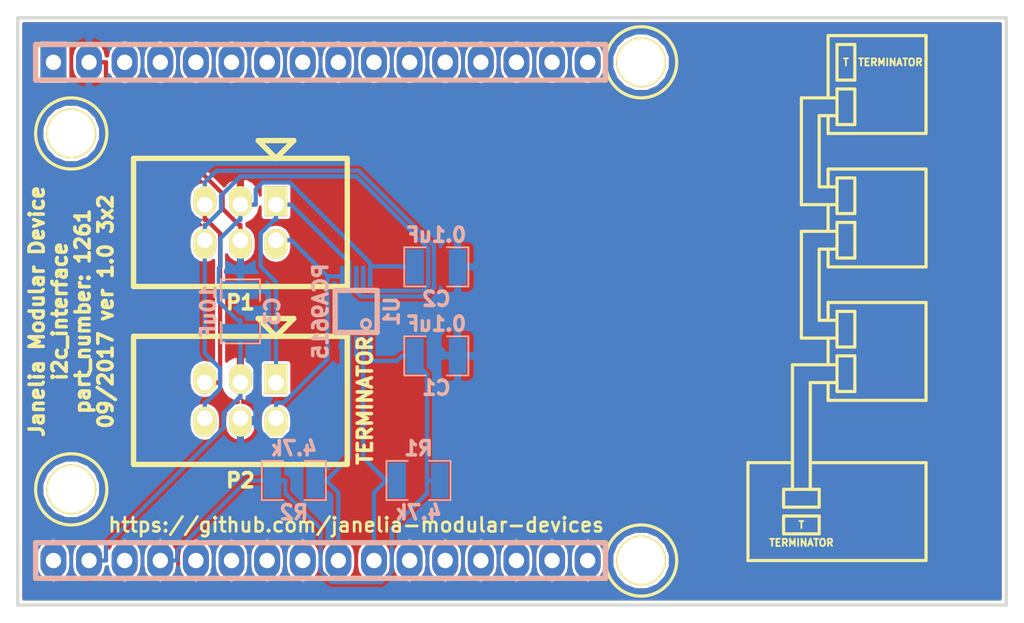
<source format=kicad_pcb>
(kicad_pcb (version 20170920) (host pcbnew no-vcs-found-427e5ec~60~ubuntu16.04.1)

  (general
    (thickness 1.6)
    (drawings 81)
    (tracks 140)
    (zones 0)
    (modules 9)
    (nets 38)
  )

  (page A4)
  (title_block
    (title i2c_interface_3x2)
    (rev 1.0)
  )

  (layers
    (0 F.Cu signal)
    (31 B.Cu signal)
    (32 B.Adhes user)
    (33 F.Adhes user)
    (34 B.Paste user)
    (35 F.Paste user)
    (36 B.SilkS user)
    (37 F.SilkS user)
    (38 B.Mask user)
    (39 F.Mask user)
    (40 Dwgs.User user hide)
    (41 Cmts.User user)
    (42 Eco1.User user)
    (43 Eco2.User user)
    (44 Edge.Cuts user)
    (45 Margin user)
    (46 B.CrtYd user)
    (47 F.CrtYd user)
    (48 B.Fab user)
    (49 F.Fab user)
  )

  (setup
    (last_trace_width 0.254)
    (trace_clearance 0.0254)
    (zone_clearance 0.2032)
    (zone_45_only no)
    (trace_min 0.254)
    (segment_width 0.2286)
    (edge_width 0.2286)
    (via_size 0.889)
    (via_drill 0.635)
    (via_min_size 0.889)
    (via_min_drill 0.508)
    (uvia_size 0.508)
    (uvia_drill 0.127)
    (uvias_allowed no)
    (uvia_min_size 0.508)
    (uvia_min_drill 0.127)
    (pcb_text_width 0.3)
    (pcb_text_size 1.5 1.5)
    (mod_edge_width 0.381)
    (mod_text_size 1 1)
    (mod_text_width 0.15)
    (pad_size 1.016 4.4958)
    (pad_drill 0)
    (pad_to_mask_clearance 0)
    (aux_axis_origin 0 0)
    (visible_elements FFFEF77F)
    (pcbplotparams
      (layerselection 0x000f0_ffffffff)
      (usegerberextensions true)
      (usegerberattributes true)
      (usegerberadvancedattributes true)
      (creategerberjobfile true)
      (excludeedgelayer false)
      (linewidth 0.100000)
      (plotframeref false)
      (viasonmask false)
      (mode 1)
      (useauxorigin false)
      (hpglpennumber 1)
      (hpglpenspeed 20)
      (hpglpendiameter 15)
      (psnegative false)
      (psa4output false)
      (plotreference true)
      (plotvalue true)
      (plotinvisibletext false)
      (padsonsilk false)
      (subtractmaskfromsilk true)
      (outputformat 1)
      (mirror false)
      (drillshape 0)
      (scaleselection 1)
      (outputdirectory gerbers/))
  )

  (net 0 "")
  (net 1 +3V3)
  (net 2 GND)
  (net 3 VEE)
  (net 4 "Net-(MDB1-PadAREF)")
  (net 5 "Net-(MDB1-PadAGND)")
  (net 6 "Net-(MDB1-Pad23)")
  (net 7 "Net-(MDB1-Pad22)")
  (net 8 "Net-(MDB1-Pad21)")
  (net 9 "Net-(MDB1-Pad20)")
  (net 10 /SCL)
  (net 11 /SDA)
  (net 12 "Net-(MDB1-Pad17)")
  (net 13 "Net-(MDB1-Pad16)")
  (net 14 "Net-(MDB1-Pad15)")
  (net 15 "Net-(MDB1-Pad14)")
  (net 16 "Net-(MDB1-Pad13)")
  (net 17 "Net-(MDB1-PadDAC)")
  (net 18 "Net-(MDB1-Pad28)")
  (net 19 "Net-(MDB1-Pad12)")
  (net 20 "Net-(MDB1-Pad11)")
  (net 21 "Net-(MDB1-Pad10)")
  (net 22 "Net-(MDB1-Pad9)")
  (net 23 "Net-(MDB1-Pad29)")
  (net 24 "Net-(MDB1-Pad30)")
  (net 25 "Net-(MDB1-Pad6)")
  (net 26 "Net-(MDB1-Pad5)")
  (net 27 "Net-(MDB1-Pad4)")
  (net 28 "Net-(MDB1-Pad3)")
  (net 29 "Net-(MDB1-Pad2)")
  (net 30 "Net-(MDB1-Pad25)")
  (net 31 VDD)
  (net 32 "Net-(MDB1-Pad24)")
  (net 33 /DSDAM)
  (net 34 /DSDAP)
  (net 35 /DSCLM)
  (net 36 /DSCLP)
  (net 37 "Net-(U1-Pad3)")

  (net_class Default "This is the default net class."
    (clearance 0.0254)
    (trace_width 0.254)
    (via_dia 0.889)
    (via_drill 0.635)
    (uvia_dia 0.508)
    (uvia_drill 0.127)
    (diff_pair_gap 0.254)
    (diff_pair_width 0.254)
  )

  (net_class GND ""
    (clearance 0.1016)
    (trace_width 0.3048)
    (via_dia 0.889)
    (via_drill 0.635)
    (uvia_dia 0.508)
    (uvia_drill 0.127)
    (diff_pair_gap 0.254)
    (diff_pair_width 0.254)
    (add_net GND)
  )

  (net_class LEDPOWER ""
    (clearance 0.254)
    (trace_width 0.6096)
    (via_dia 0.889)
    (via_drill 0.635)
    (uvia_dia 0.508)
    (uvia_drill 0.127)
    (diff_pair_gap 0.254)
    (diff_pair_width 0.254)
  )

  (net_class POWER ""
    (clearance 0.1016)
    (trace_width 0.3048)
    (via_dia 0.889)
    (via_drill 0.635)
    (uvia_dia 0.508)
    (uvia_drill 0.127)
    (diff_pair_gap 0.254)
    (diff_pair_width 0.254)
    (add_net +3V3)
    (add_net VDD)
    (add_net VEE)
  )

  (net_class SIGNAL ""
    (clearance 0.1016)
    (trace_width 0.3048)
    (via_dia 0.889)
    (via_drill 0.635)
    (uvia_dia 0.508)
    (uvia_drill 0.127)
    (diff_pair_gap 0.254)
    (diff_pair_width 0.254)
    (add_net /DSCLM)
    (add_net /DSCLP)
    (add_net /DSDAM)
    (add_net /DSDAP)
    (add_net /SCL)
    (add_net /SDA)
    (add_net "Net-(MDB1-Pad10)")
    (add_net "Net-(MDB1-Pad11)")
    (add_net "Net-(MDB1-Pad12)")
    (add_net "Net-(MDB1-Pad13)")
    (add_net "Net-(MDB1-Pad14)")
    (add_net "Net-(MDB1-Pad15)")
    (add_net "Net-(MDB1-Pad16)")
    (add_net "Net-(MDB1-Pad17)")
    (add_net "Net-(MDB1-Pad2)")
    (add_net "Net-(MDB1-Pad20)")
    (add_net "Net-(MDB1-Pad21)")
    (add_net "Net-(MDB1-Pad22)")
    (add_net "Net-(MDB1-Pad23)")
    (add_net "Net-(MDB1-Pad24)")
    (add_net "Net-(MDB1-Pad25)")
    (add_net "Net-(MDB1-Pad28)")
    (add_net "Net-(MDB1-Pad29)")
    (add_net "Net-(MDB1-Pad3)")
    (add_net "Net-(MDB1-Pad30)")
    (add_net "Net-(MDB1-Pad4)")
    (add_net "Net-(MDB1-Pad5)")
    (add_net "Net-(MDB1-Pad6)")
    (add_net "Net-(MDB1-Pad9)")
    (add_net "Net-(MDB1-PadAGND)")
    (add_net "Net-(MDB1-PadAREF)")
    (add_net "Net-(MDB1-PadDAC)")
    (add_net "Net-(U1-Pad3)")
  )

  (net_class SUPERPOWER ""
    (clearance 0.254)
    (trace_width 1.2192)
    (via_dia 0.889)
    (via_drill 0.635)
    (uvia_dia 0.508)
    (uvia_drill 0.127)
    (diff_pair_gap 0.254)
    (diff_pair_width 0.254)
  )

  (module i2c_interface_3x2:MODULAR_DEVICE_BASE_3X2_MALE (layer F.Cu) (tedit 59284650) (tstamp 589B69A7)
    (at 107.315 88.9)
    (path /589B6745)
    (fp_text reference MDB1 (at 0 0) (layer F.SilkS) hide
      (effects (font (size 1.016 1.016) (thickness 0.254)))
    )
    (fp_text value MODULAR_DEVICE_BASE_3X2_MALE (at 0 2.54) (layer F.SilkS) hide
      (effects (font (thickness 0.3048)))
    )
    (fp_line (start 48.895 -20.955) (end -21.59 -20.955) (layer F.Fab) (width 0.2286))
    (fp_line (start 48.895 20.955) (end 48.895 -20.955) (layer F.Fab) (width 0.2286))
    (fp_line (start -21.59 20.955) (end 48.895 20.955) (layer F.Fab) (width 0.2286))
    (fp_line (start -21.59 -20.955) (end -21.59 20.955) (layer F.Fab) (width 0.2286))
    (fp_line (start 20.32 -19.05) (end -20.32 -19.05) (layer B.SilkS) (width 0.381))
    (fp_line (start 20.32 -16.51) (end 20.32 -19.05) (layer B.SilkS) (width 0.381))
    (fp_line (start -20.32 -16.51) (end 20.32 -16.51) (layer B.SilkS) (width 0.381))
    (fp_line (start -20.32 -19.05) (end -20.32 -16.51) (layer B.SilkS) (width 0.381))
    (fp_line (start 20.32 16.51) (end -20.32 16.51) (layer B.SilkS) (width 0.381))
    (fp_line (start 20.32 19.05) (end 20.32 16.51) (layer B.SilkS) (width 0.381))
    (fp_line (start -20.32 19.05) (end 20.32 19.05) (layer B.SilkS) (width 0.381))
    (fp_line (start -20.32 16.51) (end -20.32 19.05) (layer B.SilkS) (width 0.381))
    (fp_circle (center 22.86 -17.78) (end 25.4 -17.78) (layer F.SilkS) (width 0.2286))
    (fp_circle (center 22.86 17.78) (end 25.4 17.78) (layer F.SilkS) (width 0.2286))
    (fp_circle (center -17.78 12.7) (end -15.24 12.7) (layer F.SilkS) (width 0.2286))
    (fp_circle (center -17.78 -12.7) (end -15.24 -12.7) (layer F.SilkS) (width 0.2286))
    (pad "" thru_hole circle (at 22.86 -17.78) (size 3.556 3.556) (drill 3.302) (layers *.Cu *.Mask F.SilkS))
    (pad "" thru_hole circle (at 22.86 17.78) (size 3.556 3.556) (drill 3.302) (layers *.Cu *.Mask F.SilkS))
    (pad "" thru_hole circle (at -17.78 12.7) (size 3.556 3.556) (drill 3.302) (layers *.Cu *.Mask F.SilkS))
    (pad "" thru_hole circle (at -17.78 -12.7) (size 3.556 3.556) (drill 3.302) (layers *.Cu *.Mask F.SilkS))
    (pad AREF thru_hole oval (at -19.05 17.78) (size 1.8542 2.54) (drill 1.0922) (layers *.Cu *.Mask)
      (net 4 "Net-(MDB1-PadAREF)"))
    (pad VEE thru_hole oval (at -16.51 17.78) (size 1.8542 2.54) (drill 1.0922) (layers *.Cu *.Mask)
      (net 3 VEE))
    (pad AGND thru_hole oval (at -13.97 17.78) (size 1.8542 2.54) (drill 1.0922) (layers *.Cu *.Mask)
      (net 5 "Net-(MDB1-PadAGND)"))
    (pad 3V3 thru_hole oval (at -11.43 17.78) (size 1.8542 2.54) (drill 1.0922) (layers *.Cu *.Mask)
      (net 1 +3V3))
    (pad 23 thru_hole oval (at -8.89 17.78) (size 1.8542 2.54) (drill 1.0922) (layers *.Cu *.Mask)
      (net 6 "Net-(MDB1-Pad23)"))
    (pad 22 thru_hole oval (at -6.35 17.78) (size 1.8542 2.54) (drill 1.0922) (layers *.Cu *.Mask)
      (net 7 "Net-(MDB1-Pad22)"))
    (pad 21 thru_hole oval (at -3.81 17.78) (size 1.8542 2.54) (drill 1.0922) (layers *.Cu *.Mask)
      (net 8 "Net-(MDB1-Pad21)"))
    (pad 20 thru_hole oval (at -1.27 17.78) (size 1.8542 2.54) (drill 1.0922) (layers *.Cu *.Mask)
      (net 9 "Net-(MDB1-Pad20)"))
    (pad 19 thru_hole oval (at 1.27 17.78) (size 1.8542 2.54) (drill 1.0922) (layers *.Cu *.Mask)
      (net 10 /SCL))
    (pad 18 thru_hole oval (at 3.81 17.78) (size 1.8542 2.54) (drill 1.0922) (layers *.Cu *.Mask)
      (net 11 /SDA))
    (pad 17 thru_hole oval (at 6.35 17.78) (size 1.8542 2.54) (drill 1.0922) (layers *.Cu *.Mask)
      (net 12 "Net-(MDB1-Pad17)"))
    (pad 16 thru_hole oval (at 8.89 17.78) (size 1.8542 2.54) (drill 1.0922) (layers *.Cu *.Mask)
      (net 13 "Net-(MDB1-Pad16)"))
    (pad 15 thru_hole oval (at 11.43 17.78) (size 1.8542 2.54) (drill 1.0922) (layers *.Cu *.Mask)
      (net 14 "Net-(MDB1-Pad15)"))
    (pad 14 thru_hole oval (at 13.97 17.78) (size 1.8542 2.54) (drill 1.0922) (layers *.Cu *.Mask)
      (net 15 "Net-(MDB1-Pad14)"))
    (pad 13 thru_hole oval (at 16.51 17.78) (size 1.8542 2.54) (drill 1.0922) (layers *.Cu *.Mask)
      (net 16 "Net-(MDB1-Pad13)"))
    (pad DAC thru_hole oval (at 19.05 17.78) (size 1.8542 2.54) (drill 1.0922) (layers *.Cu *.Mask)
      (net 17 "Net-(MDB1-PadDAC)"))
    (pad 28 thru_hole oval (at 19.05 -17.78) (size 1.8542 2.54) (drill 1.0922) (layers *.Cu *.Mask)
      (net 18 "Net-(MDB1-Pad28)"))
    (pad 12 thru_hole oval (at 16.51 -17.78) (size 1.8542 2.54) (drill 1.0922) (layers *.Cu *.Mask)
      (net 19 "Net-(MDB1-Pad12)"))
    (pad 11 thru_hole oval (at 13.97 -17.78) (size 1.8542 2.54) (drill 1.0922) (layers *.Cu *.Mask)
      (net 20 "Net-(MDB1-Pad11)"))
    (pad 10 thru_hole oval (at 11.43 -17.78) (size 1.8542 2.54) (drill 1.0922) (layers *.Cu *.Mask)
      (net 21 "Net-(MDB1-Pad10)"))
    (pad 9 thru_hole oval (at 8.89 -17.78) (size 1.8542 2.54) (drill 1.0922) (layers *.Cu *.Mask)
      (net 22 "Net-(MDB1-Pad9)"))
    (pad 29 thru_hole oval (at 6.35 -17.78) (size 1.8542 2.54) (drill 1.0922) (layers *.Cu *.Mask)
      (net 23 "Net-(MDB1-Pad29)"))
    (pad 30 thru_hole oval (at 3.81 -17.78) (size 1.8542 2.54) (drill 1.0922) (layers *.Cu *.Mask)
      (net 24 "Net-(MDB1-Pad30)"))
    (pad 6 thru_hole oval (at 1.27 -17.78) (size 1.8542 2.54) (drill 1.0922) (layers *.Cu *.Mask)
      (net 25 "Net-(MDB1-Pad6)"))
    (pad 5 thru_hole oval (at -1.27 -17.78) (size 1.8542 2.54) (drill 1.0922) (layers *.Cu *.Mask)
      (net 26 "Net-(MDB1-Pad5)"))
    (pad 4 thru_hole oval (at -3.81 -17.78) (size 1.8542 2.54) (drill 1.0922) (layers *.Cu *.Mask)
      (net 27 "Net-(MDB1-Pad4)"))
    (pad 3 thru_hole oval (at -6.35 -17.78) (size 1.8542 2.54) (drill 1.0922) (layers *.Cu *.Mask)
      (net 28 "Net-(MDB1-Pad3)"))
    (pad 2 thru_hole oval (at -8.89 -17.78) (size 1.8542 2.54) (drill 1.0922) (layers *.Cu *.Mask)
      (net 29 "Net-(MDB1-Pad2)"))
    (pad 25 thru_hole oval (at -11.43 -17.78) (size 1.8542 2.54) (drill 1.0922) (layers *.Cu *.Mask)
      (net 30 "Net-(MDB1-Pad25)"))
    (pad VDD thru_hole rect (at -19.05 -17.78) (size 1.8542 2.54) (drill 1.0922) (layers *.Cu *.Mask)
      (net 31 VDD))
    (pad 24 thru_hole oval (at -13.97 -17.78) (size 1.8542 2.54) (drill 1.0922) (layers *.Cu *.Mask)
      (net 32 "Net-(MDB1-Pad24)"))
    (pad GND thru_hole oval (at -16.51 -17.78) (size 1.8542 2.54) (drill 1.0922) (layers *.Cu *.Mask)
      (net 2 GND))
  )

  (module i2c_interface_3x2:SM1210 (layer B.Cu) (tedit 5481F170) (tstamp 59C42E70)
    (at 115.57 92.075)
    (tags "CMS SM")
    (path /59C3FE8B)
    (attr smd)
    (fp_text reference C1 (at 0 2.286) (layer B.SilkS)
      (effects (font (size 1.016 1.016) (thickness 0.254)) (justify mirror))
    )
    (fp_text value 0.1uF (at 0 -2.286) (layer B.SilkS)
      (effects (font (size 1.016 1.016) (thickness 0.254)) (justify mirror))
    )
    (fp_line (start -0.762 1.397) (end -2.286 1.397) (layer B.SilkS) (width 0.127))
    (fp_line (start -2.286 1.397) (end -2.286 -1.397) (layer B.SilkS) (width 0.127))
    (fp_line (start -2.286 -1.397) (end -0.762 -1.397) (layer B.SilkS) (width 0.127))
    (fp_line (start 0.762 -1.397) (end 2.286 -1.397) (layer B.SilkS) (width 0.127))
    (fp_line (start 2.286 -1.397) (end 2.286 1.397) (layer B.SilkS) (width 0.127))
    (fp_line (start 2.286 1.397) (end 0.762 1.397) (layer B.SilkS) (width 0.127))
    (pad 1 smd rect (at -1.524 0) (size 1.27 2.54) (layers B.Cu B.Paste B.Mask)
      (net 1 +3V3))
    (pad 2 smd rect (at 1.524 0) (size 1.27 2.54) (layers B.Cu B.Paste B.Mask)
      (net 2 GND))
    (model smd/chip_cms.wrl
      (at (xyz 0 0 0))
      (scale (xyz 0.17 0.2 0.17))
      (rotate (xyz 0 0 0))
    )
  )

  (module i2c_interface_3x2:SM1210 (layer B.Cu) (tedit 5481F170) (tstamp 59C42E7C)
    (at 115.57 85.725)
    (tags "CMS SM")
    (path /59C400E3)
    (attr smd)
    (fp_text reference C2 (at 0 2.286) (layer B.SilkS)
      (effects (font (size 1.016 1.016) (thickness 0.254)) (justify mirror))
    )
    (fp_text value 0.1uF (at 0 -2.286) (layer B.SilkS)
      (effects (font (size 1.016 1.016) (thickness 0.254)) (justify mirror))
    )
    (fp_line (start 2.286 1.397) (end 0.762 1.397) (layer B.SilkS) (width 0.127))
    (fp_line (start 2.286 -1.397) (end 2.286 1.397) (layer B.SilkS) (width 0.127))
    (fp_line (start 0.762 -1.397) (end 2.286 -1.397) (layer B.SilkS) (width 0.127))
    (fp_line (start -2.286 -1.397) (end -0.762 -1.397) (layer B.SilkS) (width 0.127))
    (fp_line (start -2.286 1.397) (end -2.286 -1.397) (layer B.SilkS) (width 0.127))
    (fp_line (start -0.762 1.397) (end -2.286 1.397) (layer B.SilkS) (width 0.127))
    (pad 2 smd rect (at 1.524 0) (size 1.27 2.54) (layers B.Cu B.Paste B.Mask)
      (net 2 GND))
    (pad 1 smd rect (at -1.524 0) (size 1.27 2.54) (layers B.Cu B.Paste B.Mask)
      (net 3 VEE))
    (model smd/chip_cms.wrl
      (at (xyz 0 0 0))
      (scale (xyz 0.17 0.2 0.17))
      (rotate (xyz 0 0 0))
    )
  )

  (module i2c_interface_3x2:SM1210 (layer B.Cu) (tedit 5481F170) (tstamp 59C42E88)
    (at 101.6 88.9 90)
    (tags "CMS SM")
    (path /59C401CF)
    (attr smd)
    (fp_text reference C3 (at 0 2.286 90) (layer B.SilkS)
      (effects (font (size 1.016 1.016) (thickness 0.254)) (justify mirror))
    )
    (fp_text value 10uF (at 0 -2.286 90) (layer B.SilkS)
      (effects (font (size 1.016 1.016) (thickness 0.254)) (justify mirror))
    )
    (fp_line (start -0.762 1.397) (end -2.286 1.397) (layer B.SilkS) (width 0.127))
    (fp_line (start -2.286 1.397) (end -2.286 -1.397) (layer B.SilkS) (width 0.127))
    (fp_line (start -2.286 -1.397) (end -0.762 -1.397) (layer B.SilkS) (width 0.127))
    (fp_line (start 0.762 -1.397) (end 2.286 -1.397) (layer B.SilkS) (width 0.127))
    (fp_line (start 2.286 -1.397) (end 2.286 1.397) (layer B.SilkS) (width 0.127))
    (fp_line (start 2.286 1.397) (end 0.762 1.397) (layer B.SilkS) (width 0.127))
    (pad 1 smd rect (at -1.524 0 90) (size 1.27 2.54) (layers B.Cu B.Paste B.Mask)
      (net 3 VEE))
    (pad 2 smd rect (at 1.524 0 90) (size 1.27 2.54) (layers B.Cu B.Paste B.Mask)
      (net 2 GND))
    (model smd/chip_cms.wrl
      (at (xyz 0 0 0))
      (scale (xyz 0.17 0.2 0.17))
      (rotate (xyz 0 0 0))
    )
  )

  (module i2c_interface_3x2:HEADER_02x03 (layer F.Cu) (tedit 59C3FF08) (tstamp 59C42E99)
    (at 101.6 82.55)
    (path /59C3EBB8)
    (fp_text reference P1 (at 0 5.715) (layer F.SilkS)
      (effects (font (size 1.016 1.016) (thickness 0.254)))
    )
    (fp_text value HEADER_02X03 (at -8.89 0 90) (layer F.SilkS) hide
      (effects (font (size 1.016 1.016) (thickness 0.254)))
    )
    (fp_line (start 1.27 -5.842) (end 2.54 -4.572) (layer F.SilkS) (width 0.381))
    (fp_line (start 3.81 -5.842) (end 1.27 -5.842) (layer F.SilkS) (width 0.381))
    (fp_line (start 2.54 -4.572) (end 3.81 -5.842) (layer F.SilkS) (width 0.381))
    (fp_line (start 7.62 -4.572) (end 7.62 4.572) (layer F.SilkS) (width 0.381))
    (fp_line (start -7.62 -4.572) (end -7.62 4.572) (layer F.SilkS) (width 0.381))
    (fp_line (start 7.62 -4.572) (end -7.62 -4.572) (layer F.SilkS) (width 0.381))
    (fp_line (start -7.62 4.572) (end 7.62 4.572) (layer F.SilkS) (width 0.381))
    (pad 6 thru_hole oval (at -2.54 1.27) (size 1.6256 2.1336) (drill 1.1176 (offset 0 0.254)) (layers *.Cu *.Mask F.SilkS)
      (net 33 /DSDAM))
    (pad 5 thru_hole oval (at -2.54 -1.27) (size 1.6256 2.1336) (drill 1.1176 (offset 0 -0.254)) (layers *.Cu *.Mask F.SilkS)
      (net 34 /DSDAP))
    (pad 4 thru_hole oval (at 0 1.27) (size 1.6256 2.1336) (drill 1.1176 (offset 0 0.254)) (layers *.Cu *.Mask F.SilkS)
      (net 2 GND))
    (pad 3 thru_hole oval (at 0 -1.27) (size 1.6256 2.1336) (drill 1.1176 (offset 0 -0.254)) (layers *.Cu *.Mask F.SilkS)
      (net 3 VEE))
    (pad 2 thru_hole oval (at 2.54 1.27) (size 1.6256 2.1336) (drill 1.1176 (offset 0 0.254)) (layers *.Cu *.Mask F.SilkS)
      (net 35 /DSCLM))
    (pad 1 thru_hole rect (at 2.54 -1.27) (size 1.6256 2.1336) (drill 1.1176 (offset 0 -0.254)) (layers *.Cu *.Mask F.SilkS)
      (net 36 /DSCLP))
  )

  (module i2c_interface_3x2:HEADER_02x03 (layer F.Cu) (tedit 59C3FEFD) (tstamp 59C42EAA)
    (at 101.6 95.25)
    (path /59C16ABB)
    (fp_text reference P2 (at 0 5.715) (layer F.SilkS)
      (effects (font (size 1.016 1.016) (thickness 0.254)))
    )
    (fp_text value HEADER_02X03 (at -8.89 0 90) (layer F.SilkS) hide
      (effects (font (size 1.016 1.016) (thickness 0.254)))
    )
    (fp_line (start -7.62 4.572) (end 7.62 4.572) (layer F.SilkS) (width 0.381))
    (fp_line (start 7.62 -4.572) (end -7.62 -4.572) (layer F.SilkS) (width 0.381))
    (fp_line (start -7.62 -4.572) (end -7.62 4.572) (layer F.SilkS) (width 0.381))
    (fp_line (start 7.62 -4.572) (end 7.62 4.572) (layer F.SilkS) (width 0.381))
    (fp_line (start 2.54 -4.572) (end 3.81 -5.842) (layer F.SilkS) (width 0.381))
    (fp_line (start 3.81 -5.842) (end 1.27 -5.842) (layer F.SilkS) (width 0.381))
    (fp_line (start 1.27 -5.842) (end 2.54 -4.572) (layer F.SilkS) (width 0.381))
    (pad 1 thru_hole rect (at 2.54 -1.27) (size 1.6256 2.1336) (drill 1.1176 (offset 0 -0.254)) (layers *.Cu *.Mask F.SilkS)
      (net 36 /DSCLP))
    (pad 2 thru_hole oval (at 2.54 1.27) (size 1.6256 2.1336) (drill 1.1176 (offset 0 0.254)) (layers *.Cu *.Mask F.SilkS)
      (net 35 /DSCLM))
    (pad 3 thru_hole oval (at 0 -1.27) (size 1.6256 2.1336) (drill 1.1176 (offset 0 -0.254)) (layers *.Cu *.Mask F.SilkS)
      (net 3 VEE))
    (pad 4 thru_hole oval (at 0 1.27) (size 1.6256 2.1336) (drill 1.1176 (offset 0 0.254)) (layers *.Cu *.Mask F.SilkS)
      (net 2 GND))
    (pad 5 thru_hole oval (at -2.54 -1.27) (size 1.6256 2.1336) (drill 1.1176 (offset 0 -0.254)) (layers *.Cu *.Mask F.SilkS)
      (net 34 /DSDAP))
    (pad 6 thru_hole oval (at -2.54 1.27) (size 1.6256 2.1336) (drill 1.1176 (offset 0 0.254)) (layers *.Cu *.Mask F.SilkS)
      (net 33 /DSDAM))
  )

  (module i2c_interface_3x2:SM1210 (layer B.Cu) (tedit 5481F170) (tstamp 59C42EB6)
    (at 114.3 100.965 180)
    (tags "CMS SM")
    (path /59C3FA86)
    (attr smd)
    (fp_text reference R1 (at 0 2.286 180) (layer B.SilkS)
      (effects (font (size 1.016 1.016) (thickness 0.254)) (justify mirror))
    )
    (fp_text value 4.7k (at 0 -2.286 180) (layer B.SilkS)
      (effects (font (size 1.016 1.016) (thickness 0.254)) (justify mirror))
    )
    (fp_line (start -0.762 1.397) (end -2.286 1.397) (layer B.SilkS) (width 0.127))
    (fp_line (start -2.286 1.397) (end -2.286 -1.397) (layer B.SilkS) (width 0.127))
    (fp_line (start -2.286 -1.397) (end -0.762 -1.397) (layer B.SilkS) (width 0.127))
    (fp_line (start 0.762 -1.397) (end 2.286 -1.397) (layer B.SilkS) (width 0.127))
    (fp_line (start 2.286 -1.397) (end 2.286 1.397) (layer B.SilkS) (width 0.127))
    (fp_line (start 2.286 1.397) (end 0.762 1.397) (layer B.SilkS) (width 0.127))
    (pad 1 smd rect (at -1.524 0 180) (size 1.27 2.54) (layers B.Cu B.Paste B.Mask)
      (net 1 +3V3))
    (pad 2 smd rect (at 1.524 0 180) (size 1.27 2.54) (layers B.Cu B.Paste B.Mask)
      (net 11 /SDA))
    (model smd/chip_cms.wrl
      (at (xyz 0 0 0))
      (scale (xyz 0.17 0.2 0.17))
      (rotate (xyz 0 0 0))
    )
  )

  (module i2c_interface_3x2:SM1210 (layer B.Cu) (tedit 5481F170) (tstamp 59C42EC2)
    (at 105.41 100.965)
    (tags "CMS SM")
    (path /59C3FCA3)
    (attr smd)
    (fp_text reference R2 (at 0 2.286) (layer B.SilkS)
      (effects (font (size 1.016 1.016) (thickness 0.254)) (justify mirror))
    )
    (fp_text value 4.7k (at 0 -2.286) (layer B.SilkS)
      (effects (font (size 1.016 1.016) (thickness 0.254)) (justify mirror))
    )
    (fp_line (start 2.286 1.397) (end 0.762 1.397) (layer B.SilkS) (width 0.127))
    (fp_line (start 2.286 -1.397) (end 2.286 1.397) (layer B.SilkS) (width 0.127))
    (fp_line (start 0.762 -1.397) (end 2.286 -1.397) (layer B.SilkS) (width 0.127))
    (fp_line (start -2.286 -1.397) (end -0.762 -1.397) (layer B.SilkS) (width 0.127))
    (fp_line (start -2.286 1.397) (end -2.286 -1.397) (layer B.SilkS) (width 0.127))
    (fp_line (start -0.762 1.397) (end -2.286 1.397) (layer B.SilkS) (width 0.127))
    (pad 2 smd rect (at 1.524 0) (size 1.27 2.54) (layers B.Cu B.Paste B.Mask)
      (net 10 /SCL))
    (pad 1 smd rect (at -1.524 0) (size 1.27 2.54) (layers B.Cu B.Paste B.Mask)
      (net 1 +3V3))
    (model smd/chip_cms.wrl
      (at (xyz 0 0 0))
      (scale (xyz 0.17 0.2 0.17))
      (rotate (xyz 0 0 0))
    )
  )

  (module i2c_interface_3x2:TSSOP10 (layer B.Cu) (tedit 59C402F3) (tstamp 59C42ED5)
    (at 109.855 88.9 180)
    (path /59C29120)
    (solder_mask_margin 0.04)
    (clearance 0.04)
    (fp_text reference U1 (at -2.54 0 90) (layer B.SilkS)
      (effects (font (size 1.016 1.016) (thickness 0.254)) (justify mirror))
    )
    (fp_text value PCA9615 (at 2.54 0 270) (layer B.SilkS)
      (effects (font (size 1.016 1.016) (thickness 0.254)) (justify mirror))
    )
    (fp_circle (center -0.7 -0.9) (end -0.6 -0.6) (layer B.SilkS) (width 0.2286))
    (fp_line (start 1.5 1.5) (end -1.5 1.5) (layer B.SilkS) (width 0.381))
    (fp_line (start 1.5 -1.5) (end 1.5 1.5) (layer B.SilkS) (width 0.381))
    (fp_line (start -1.5 -1.5) (end 1.5 -1.5) (layer B.SilkS) (width 0.381))
    (fp_line (start -1.5 1.5) (end -1.5 -1.5) (layer B.SilkS) (width 0.381))
    (pad 1 smd rect (at -1 -2.5 180) (size 0.32 1.5) (layers B.Cu B.Paste B.Mask)
      (net 1 +3V3))
    (pad 2 smd rect (at -0.5 -2.5 180) (size 0.32 1.5) (layers B.Cu B.Paste B.Mask)
      (net 11 /SDA))
    (pad 3 smd rect (at 0 -2.5 180) (size 0.32 1.5) (layers B.Cu B.Paste B.Mask)
      (net 37 "Net-(U1-Pad3)"))
    (pad 4 smd rect (at 0.5 -2.5 180) (size 0.32 1.5) (layers B.Cu B.Paste B.Mask)
      (net 10 /SCL))
    (pad 5 smd rect (at 1 -2.5 180) (size 0.32 1.5) (layers B.Cu B.Paste B.Mask)
      (net 2 GND))
    (pad 6 smd rect (at 1 2.5 180) (size 0.32 1.5) (layers B.Cu B.Paste B.Mask)
      (net 35 /DSCLM))
    (pad 7 smd rect (at 0.5 2.5 180) (size 0.32 1.5) (layers B.Cu B.Paste B.Mask)
      (net 36 /DSCLP))
    (pad 8 smd rect (at 0 2.5 180) (size 0.32 1.5) (layers B.Cu B.Paste B.Mask)
      (net 34 /DSDAP))
    (pad 9 smd rect (at -0.5 2.5 180) (size 0.32 1.5) (layers B.Cu B.Paste B.Mask)
      (net 33 /DSDAM))
    (pad 10 smd rect (at -1 2.5 180) (size 0.32 1.5) (layers B.Cu B.Paste B.Mask)
      (net 3 VEE))
  )

  (gr_text T (at 144.78 71.12) (layer F.SilkS) (tstamp 59C5622F)
    (effects (font (size 0.508 0.508) (thickness 0.127)))
  )
  (gr_text T (at 141.605 104.14) (layer F.SilkS)
    (effects (font (size 0.508 0.508) (thickness 0.127)))
  )
  (gr_text TERMINATOR (at 141.605 105.41) (layer F.SilkS) (tstamp 59C561D9)
    (effects (font (size 0.508 0.508) (thickness 0.127)))
  )
  (gr_text TERMINATOR (at 147.955 71.12) (layer F.SilkS) (tstamp 59C561C9)
    (effects (font (size 0.508 0.508) (thickness 0.127)))
  )
  (gr_text TERMINATOR (at 110.49 95.25 90) (layer F.SilkS)
    (effects (font (size 1.016 1.016) (thickness 0.254)))
  )
  (gr_line (start 142.24 99.695) (end 150.495 99.695) (angle 90) (layer F.SilkS) (width 0.2286))
  (gr_line (start 137.795 99.695) (end 140.97 99.695) (angle 90) (layer F.SilkS) (width 0.2286))
  (gr_line (start 143.51 93.98) (end 143.51 95.25) (angle 90) (layer F.SilkS) (width 0.2286))
  (gr_line (start 143.51 90.805) (end 143.51 92.71) (angle 90) (layer F.SilkS) (width 0.2286))
  (gr_line (start 143.51 88.265) (end 143.51 89.535) (angle 90) (layer F.SilkS) (width 0.2286))
  (gr_line (start 143.51 84.455) (end 143.51 85.725) (angle 90) (layer F.SilkS) (width 0.2286))
  (gr_line (start 143.51 81.28) (end 143.51 83.185) (angle 90) (layer F.SilkS) (width 0.2286))
  (gr_line (start 143.51 78.74) (end 143.51 80.01) (angle 90) (layer F.SilkS) (width 0.2286))
  (gr_line (start 143.51 74.93) (end 143.51 76.2) (angle 90) (layer F.SilkS) (width 0.2286))
  (gr_line (start 143.51 73.66) (end 143.51 69.215) (angle 90) (layer F.SilkS) (width 0.2286))
  (gr_line (start 141.605 73.66) (end 144.145 73.66) (angle 90) (layer F.SilkS) (width 0.2286))
  (gr_line (start 141.605 81.28) (end 141.605 73.66) (angle 90) (layer F.SilkS) (width 0.2286))
  (gr_line (start 144.145 81.28) (end 141.605 81.28) (angle 90) (layer F.SilkS) (width 0.2286))
  (gr_line (start 142.875 74.93) (end 144.145 74.93) (angle 90) (layer F.SilkS) (width 0.2286))
  (gr_line (start 142.875 80.01) (end 142.875 74.93) (angle 90) (layer F.SilkS) (width 0.2286))
  (gr_line (start 144.145 80.01) (end 142.875 80.01) (angle 90) (layer F.SilkS) (width 0.2286))
  (gr_line (start 141.605 90.805) (end 144.145 90.805) (angle 90) (layer F.SilkS) (width 0.2286))
  (gr_line (start 141.605 83.185) (end 141.605 90.805) (angle 90) (layer F.SilkS) (width 0.2286))
  (gr_line (start 144.145 83.185) (end 141.605 83.185) (angle 90) (layer F.SilkS) (width 0.2286))
  (gr_line (start 142.875 84.455) (end 144.145 84.455) (angle 90) (layer F.SilkS) (width 0.2286))
  (gr_line (start 142.875 89.535) (end 142.875 84.455) (angle 90) (layer F.SilkS) (width 0.2286))
  (gr_line (start 144.145 89.535) (end 142.875 89.535) (angle 90) (layer F.SilkS) (width 0.2286))
  (gr_line (start 140.97 92.71) (end 140.97 101.6) (angle 90) (layer F.SilkS) (width 0.2286))
  (gr_line (start 144.145 92.71) (end 140.97 92.71) (angle 90) (layer F.SilkS) (width 0.2286))
  (gr_line (start 142.24 93.98) (end 144.145 93.98) (angle 90) (layer F.SilkS) (width 0.2286))
  (gr_line (start 142.24 101.6) (end 142.24 93.98) (angle 90) (layer F.SilkS) (width 0.2286))
  (gr_line (start 144.145 69.85) (end 144.145 72.39) (angle 90) (layer F.SilkS) (width 0.2286) (tstamp 59C55E05))
  (gr_line (start 145.415 69.85) (end 145.415 72.39) (angle 90) (layer F.SilkS) (width 0.2286) (tstamp 59C55E03))
  (gr_line (start 145.415 73.025) (end 145.415 75.565) (angle 90) (layer F.SilkS) (width 0.2286) (tstamp 59C55E01))
  (gr_line (start 144.145 73.025) (end 144.145 75.565) (angle 90) (layer F.SilkS) (width 0.2286) (tstamp 59C55DFF))
  (gr_line (start 144.145 79.375) (end 144.145 81.915) (angle 90) (layer F.SilkS) (width 0.2286) (tstamp 59C55DFD))
  (gr_line (start 145.415 79.375) (end 145.415 81.915) (angle 90) (layer F.SilkS) (width 0.2286) (tstamp 59C55DFB))
  (gr_line (start 145.415 82.55) (end 145.415 85.09) (angle 90) (layer F.SilkS) (width 0.2286) (tstamp 59C55DF9))
  (gr_line (start 144.145 82.55) (end 144.145 85.09) (angle 90) (layer F.SilkS) (width 0.2286) (tstamp 59C55DF7))
  (gr_line (start 144.145 72.39) (end 145.415 72.39) (angle 90) (layer F.SilkS) (width 0.2286) (tstamp 59C55DF5))
  (gr_line (start 144.145 73.025) (end 145.415 73.025) (angle 90) (layer F.SilkS) (width 0.2286) (tstamp 59C55DF3))
  (gr_line (start 144.145 81.915) (end 145.415 81.915) (angle 90) (layer F.SilkS) (width 0.2286) (tstamp 59C55DF1))
  (gr_line (start 144.145 82.55) (end 145.415 82.55) (angle 90) (layer F.SilkS) (width 0.2286) (tstamp 59C55DED))
  (gr_line (start 145.415 85.09) (end 144.145 85.09) (angle 90) (layer F.SilkS) (width 0.2286) (tstamp 59C55DE9))
  (gr_line (start 145.415 75.565) (end 144.145 75.565) (angle 90) (layer F.SilkS) (width 0.2286) (tstamp 59C55DE5))
  (gr_line (start 145.415 79.375) (end 144.145 79.375) (angle 90) (layer F.SilkS) (width 0.2286) (tstamp 59C55DE4))
  (gr_line (start 145.415 69.85) (end 144.145 69.85) (angle 90) (layer F.SilkS) (width 0.2286) (tstamp 59C55DE3))
  (gr_line (start 150.495 69.215) (end 150.495 76.2) (angle 90) (layer F.SilkS) (width 0.2286) (tstamp 59C55DE1))
  (gr_line (start 150.495 78.74) (end 150.495 85.725) (angle 90) (layer F.SilkS) (width 0.2286) (tstamp 59C55DDF))
  (gr_line (start 143.51 76.2) (end 150.495 76.2) (angle 90) (layer F.SilkS) (width 0.2286) (tstamp 59C55DDD))
  (gr_line (start 143.51 85.725) (end 150.495 85.725) (angle 90) (layer F.SilkS) (width 0.2286) (tstamp 59C55DDC))
  (gr_line (start 143.51 78.74) (end 150.495 78.74) (angle 90) (layer F.SilkS) (width 0.2286) (tstamp 59C55DD8))
  (gr_line (start 143.51 69.215) (end 150.495 69.215) (angle 90) (layer F.SilkS) (width 0.2286) (tstamp 59C55DD5))
  (gr_line (start 150.495 95.25) (end 143.51 95.25) (angle 90) (layer F.SilkS) (width 0.2286))
  (gr_line (start 150.495 88.265) (end 150.495 95.25) (angle 90) (layer F.SilkS) (width 0.2286))
  (gr_line (start 143.51 88.265) (end 150.495 88.265) (angle 90) (layer F.SilkS) (width 0.2286))
  (gr_line (start 144.145 88.9) (end 144.145 91.44) (angle 90) (layer F.SilkS) (width 0.2286))
  (gr_line (start 145.415 88.9) (end 144.145 88.9) (angle 90) (layer F.SilkS) (width 0.2286))
  (gr_line (start 145.415 91.44) (end 145.415 88.9) (angle 90) (layer F.SilkS) (width 0.2286))
  (gr_line (start 144.145 91.44) (end 145.415 91.44) (angle 90) (layer F.SilkS) (width 0.2286))
  (gr_line (start 145.415 92.075) (end 144.145 92.075) (angle 90) (layer F.SilkS) (width 0.2286))
  (gr_line (start 145.415 94.615) (end 145.415 92.075) (angle 90) (layer F.SilkS) (width 0.2286))
  (gr_line (start 144.145 94.615) (end 145.415 94.615) (angle 90) (layer F.SilkS) (width 0.2286))
  (gr_line (start 144.145 92.075) (end 144.145 94.615) (angle 90) (layer F.SilkS) (width 0.2286))
  (gr_line (start 142.875 103.505) (end 140.335 103.505) (angle 90) (layer F.SilkS) (width 0.2286))
  (gr_line (start 142.875 104.775) (end 142.875 103.505) (angle 90) (layer F.SilkS) (width 0.2286))
  (gr_line (start 140.335 104.775) (end 142.875 104.775) (angle 90) (layer F.SilkS) (width 0.2286))
  (gr_line (start 140.335 103.505) (end 140.335 104.775) (angle 90) (layer F.SilkS) (width 0.2286))
  (gr_line (start 142.875 101.6) (end 140.335 101.6) (angle 90) (layer F.SilkS) (width 0.2286))
  (gr_line (start 142.875 102.87) (end 142.875 101.6) (angle 90) (layer F.SilkS) (width 0.2286))
  (gr_line (start 140.335 102.87) (end 142.875 102.87) (angle 90) (layer F.SilkS) (width 0.2286))
  (gr_line (start 140.335 101.6) (end 140.335 102.87) (angle 90) (layer F.SilkS) (width 0.2286))
  (gr_line (start 150.495 99.695) (end 150.495 106.68) (angle 90) (layer F.SilkS) (width 0.2286))
  (gr_line (start 137.795 99.695) (end 137.795 106.68) (angle 90) (layer F.SilkS) (width 0.2286))
  (gr_line (start 137.795 106.68) (end 150.495 106.68) (angle 90) (layer F.SilkS) (width 0.2286))
  (gr_line (start 156.21 67.945) (end 85.725 67.945) (angle 90) (layer Edge.Cuts) (width 0.2286))
  (gr_line (start 156.21 109.855) (end 156.21 67.945) (angle 90) (layer Edge.Cuts) (width 0.2286))
  (gr_line (start 85.725 109.855) (end 156.21 109.855) (angle 90) (layer Edge.Cuts) (width 0.2286))
  (gr_line (start 85.725 67.945) (end 85.725 109.855) (angle 90) (layer Edge.Cuts) (width 0.2286))
  (gr_text https://github.com/janelia-modular-devices (at 109.855 104.14) (layer F.SilkS)
    (effects (font (size 1.016 1.016) (thickness 0.1905)))
  )
  (gr_text "Janelia Modular Device\ni2c_interface\npart_number: 1261\n09/2017 ver 1.0 3x2" (at 89.535 88.9 90) (layer F.SilkS)
    (effects (font (size 1.016 1.016) (thickness 0.254)))
  )

  (segment (start 97.0915 105.9425) (end 97.0915 106.68) (width 0.3048) (layer B.Cu) (net 1))
  (segment (start 102.069 100.965) (end 97.0915 105.9425) (width 0.3048) (layer B.Cu) (net 1))
  (segment (start 103.886 100.965) (end 102.069 100.965) (width 0.3048) (layer B.Cu) (net 1))
  (segment (start 95.885 106.68) (end 97.0915 106.68) (width 0.3048) (layer B.Cu) (net 1))
  (segment (start 104.8004 101.8794) (end 104.8004 100.965) (width 0.3048) (layer B.Cu) (net 1))
  (segment (start 107.315 104.394) (end 104.8004 101.8794) (width 0.3048) (layer B.Cu) (net 1))
  (segment (start 107.315 107.4265) (end 107.315 104.394) (width 0.3048) (layer B.Cu) (net 1))
  (segment (start 108.1052 108.2167) (end 107.315 107.4265) (width 0.3048) (layer B.Cu) (net 1))
  (segment (start 111.6443 108.2167) (end 108.1052 108.2167) (width 0.3048) (layer B.Cu) (net 1))
  (segment (start 112.395 107.466) (end 111.6443 108.2167) (width 0.3048) (layer B.Cu) (net 1))
  (segment (start 112.395 104.394) (end 112.395 107.466) (width 0.3048) (layer B.Cu) (net 1))
  (segment (start 114.9096 101.8794) (end 112.395 104.394) (width 0.3048) (layer B.Cu) (net 1))
  (segment (start 114.9096 100.965) (end 114.9096 101.8794) (width 0.3048) (layer B.Cu) (net 1))
  (segment (start 115.824 100.965) (end 114.9096 100.965) (width 0.3048) (layer B.Cu) (net 1))
  (segment (start 103.886 100.965) (end 104.8004 100.965) (width 0.3048) (layer B.Cu) (net 1))
  (segment (start 112.7772 92.4294) (end 113.1316 92.075) (width 0.3048) (layer B.Cu) (net 1))
  (segment (start 110.855 92.4294) (end 112.7772 92.4294) (width 0.3048) (layer B.Cu) (net 1))
  (segment (start 110.855 91.4) (end 110.855 92.4294) (width 0.3048) (layer B.Cu) (net 1))
  (segment (start 114.046 92.075) (end 113.5888 92.075) (width 0.3048) (layer B.Cu) (net 1))
  (segment (start 113.5888 92.075) (end 113.1316 92.075) (width 0.3048) (layer B.Cu) (net 1))
  (segment (start 114.9096 93.3958) (end 114.9096 100.965) (width 0.3048) (layer B.Cu) (net 1))
  (segment (start 113.5888 92.075) (end 114.9096 93.3958) (width 0.3048) (layer B.Cu) (net 1))
  (segment (start 101.6 83.82) (end 101.6 87.376) (width 0.3048) (layer B.Cu) (net 2))
  (segment (start 101.4868 82.7278) (end 101.6 82.7278) (width 0.3048) (layer F.Cu) (net 2))
  (segment (start 100.33 81.571) (end 101.4868 82.7278) (width 0.3048) (layer F.Cu) (net 2))
  (segment (start 100.33 80.5023) (end 100.33 81.571) (width 0.3048) (layer F.Cu) (net 2))
  (segment (start 92.0115 72.1838) (end 100.33 80.5023) (width 0.3048) (layer F.Cu) (net 2))
  (segment (start 92.0115 71.12) (end 92.0115 72.1838) (width 0.3048) (layer F.Cu) (net 2))
  (segment (start 90.805 71.12) (end 92.0115 71.12) (width 0.3048) (layer F.Cu) (net 2))
  (segment (start 101.6 83.82) (end 101.6 82.7278) (width 0.3048) (layer F.Cu) (net 2))
  (segment (start 101.6 96.52) (end 102.578 96.52) (width 0.3048) (layer B.Cu) (net 2))
  (segment (start 102.578 96.52) (end 102.6672 96.52) (width 0.3048) (layer B.Cu) (net 2))
  (segment (start 102.6672 96.52) (end 102.6922 96.52) (width 0.3048) (layer B.Cu) (net 2))
  (segment (start 101.8286 88.2904) (end 101.6 88.2904) (width 0.3048) (layer B.Cu) (net 2))
  (segment (start 103.1244 89.5862) (end 101.8286 88.2904) (width 0.3048) (layer B.Cu) (net 2))
  (segment (start 103.1244 91.9036) (end 103.1244 89.5862) (width 0.3048) (layer B.Cu) (net 2))
  (segment (start 102.6672 92.3608) (end 103.1244 91.9036) (width 0.3048) (layer B.Cu) (net 2))
  (segment (start 102.6672 96.52) (end 102.6672 92.3608) (width 0.3048) (layer B.Cu) (net 2))
  (segment (start 101.6 87.376) (end 101.6 88.2904) (width 0.3048) (layer B.Cu) (net 2))
  (segment (start 108.855 93.87) (end 108.855 91.4) (width 0.3048) (layer B.Cu) (net 2))
  (segment (start 104.6291 98.0959) (end 108.855 93.87) (width 0.3048) (layer B.Cu) (net 2))
  (segment (start 103.6677 98.0959) (end 104.6291 98.0959) (width 0.3048) (layer B.Cu) (net 2))
  (segment (start 102.6922 97.1204) (end 103.6677 98.0959) (width 0.3048) (layer B.Cu) (net 2))
  (segment (start 102.6922 96.52) (end 102.6922 97.1204) (width 0.3048) (layer B.Cu) (net 2))
  (segment (start 108.855 91.4) (end 108.855 90.3706) (width 0.3048) (layer B.Cu) (net 2))
  (segment (start 117.094 92.075) (end 116.1796 92.075) (width 0.3048) (layer B.Cu) (net 2))
  (segment (start 117.094 87.9804) (end 114.7038 90.3706) (width 0.3048) (layer B.Cu) (net 2))
  (segment (start 117.094 85.725) (end 117.094 87.9804) (width 0.3048) (layer B.Cu) (net 2))
  (segment (start 108.855 90.3706) (end 114.7038 90.3706) (width 0.3048) (layer B.Cu) (net 2))
  (segment (start 116.1796 91.8464) (end 116.1796 92.075) (width 0.3048) (layer B.Cu) (net 2))
  (segment (start 114.7038 90.3706) (end 116.1796 91.8464) (width 0.3048) (layer B.Cu) (net 2))
  (segment (start 110.855 85.8853) (end 110.855 86.4) (width 0.3048) (layer B.Cu) (net 3))
  (segment (start 101.6 81.28) (end 101.6 82.3722) (width 0.3048) (layer B.Cu) (net 3))
  (segment (start 101.6 93.98) (end 101.6 90.424) (width 0.3048) (layer B.Cu) (net 3))
  (segment (start 101.4868 82.3722) (end 101.6 82.3722) (width 0.3048) (layer B.Cu) (net 3))
  (segment (start 100.1861 83.6729) (end 101.4868 82.3722) (width 0.3048) (layer B.Cu) (net 3))
  (segment (start 100.1861 85.6735) (end 100.1861 83.6729) (width 0.3048) (layer B.Cu) (net 3))
  (segment (start 100.057 85.8026) (end 100.1861 85.6735) (width 0.3048) (layer B.Cu) (net 3))
  (segment (start 100.057 88.1952) (end 100.057 85.8026) (width 0.3048) (layer B.Cu) (net 3))
  (segment (start 101.3714 89.5096) (end 100.057 88.1952) (width 0.3048) (layer B.Cu) (net 3))
  (segment (start 101.6 89.5096) (end 101.3714 89.5096) (width 0.3048) (layer B.Cu) (net 3))
  (segment (start 101.6 90.424) (end 101.6 89.5096) (width 0.3048) (layer B.Cu) (net 3))
  (segment (start 101.4868 95.0722) (end 101.6 95.0722) (width 0.3048) (layer B.Cu) (net 3))
  (segment (start 100.4072 96.1518) (end 101.4868 95.0722) (width 0.3048) (layer B.Cu) (net 3))
  (segment (start 100.4072 97.1972) (end 100.4072 96.1518) (width 0.3048) (layer B.Cu) (net 3))
  (segment (start 92.0115 105.5929) (end 100.4072 97.1972) (width 0.3048) (layer B.Cu) (net 3))
  (segment (start 92.0115 106.68) (end 92.0115 105.5929) (width 0.3048) (layer B.Cu) (net 3))
  (segment (start 90.805 106.68) (end 92.0115 106.68) (width 0.3048) (layer B.Cu) (net 3))
  (segment (start 101.6 93.98) (end 101.6 95.0722) (width 0.3048) (layer B.Cu) (net 3))
  (segment (start 110.855 85.8853) (end 110.855 85.685) (width 0.3048) (layer B.Cu) (net 3))
  (segment (start 114.046 85.725) (end 113.1316 85.725) (width 0.3048) (layer B.Cu) (net 3))
  (segment (start 101.6 81.28) (end 102.6922 81.28) (width 0.3048) (layer B.Cu) (net 3))
  (segment (start 113.0916 85.685) (end 113.1316 85.725) (width 0.3048) (layer B.Cu) (net 3))
  (segment (start 110.855 85.685) (end 113.0916 85.685) (width 0.3048) (layer B.Cu) (net 3))
  (segment (start 102.6922 80.1878) (end 102.6922 81.28) (width 0.3048) (layer B.Cu) (net 3))
  (segment (start 103.1801 79.6999) (end 102.6922 80.1878) (width 0.3048) (layer B.Cu) (net 3))
  (segment (start 105.1219 79.6999) (end 103.1801 79.6999) (width 0.3048) (layer B.Cu) (net 3))
  (segment (start 110.855 85.433) (end 105.1219 79.6999) (width 0.3048) (layer B.Cu) (net 3))
  (segment (start 110.855 85.685) (end 110.855 85.433) (width 0.3048) (layer B.Cu) (net 3))
  (segment (start 106.934 100.965) (end 107.6834 100.965) (width 0.3048) (layer B.Cu) (net 10))
  (segment (start 109.355 99.3318) (end 107.7218 100.965) (width 0.3048) (layer B.Cu) (net 10))
  (segment (start 109.355 91.4) (end 109.355 99.3318) (width 0.3048) (layer B.Cu) (net 10))
  (segment (start 107.6834 100.965) (end 107.7218 100.965) (width 0.3048) (layer B.Cu) (net 10))
  (segment (start 108.585 101.8282) (end 108.585 106.68) (width 0.3048) (layer B.Cu) (net 10))
  (segment (start 107.7218 100.965) (end 108.585 101.8282) (width 0.3048) (layer B.Cu) (net 10))
  (segment (start 112.776 100.965) (end 112.0267 100.965) (width 0.3048) (layer B.Cu) (net 11))
  (segment (start 110.355 99.3318) (end 111.9882 100.965) (width 0.3048) (layer B.Cu) (net 11))
  (segment (start 110.355 91.4) (end 110.355 99.3318) (width 0.3048) (layer B.Cu) (net 11))
  (segment (start 112.0267 100.965) (end 111.9882 100.965) (width 0.3048) (layer B.Cu) (net 11))
  (segment (start 111.125 101.8282) (end 111.125 106.68) (width 0.3048) (layer B.Cu) (net 11))
  (segment (start 111.9882 100.965) (end 111.125 101.8282) (width 0.3048) (layer B.Cu) (net 11))
  (segment (start 99.1313 95.4278) (end 99.06 95.4278) (width 0.3048) (layer B.Cu) (net 33))
  (segment (start 100.1488 94.4103) (end 99.1313 95.4278) (width 0.3048) (layer B.Cu) (net 33))
  (segment (start 100.1488 92.9689) (end 100.1488 94.4103) (width 0.3048) (layer B.Cu) (net 33))
  (segment (start 99.06 91.8801) (end 100.1488 92.9689) (width 0.3048) (layer B.Cu) (net 33))
  (segment (start 99.06 83.82) (end 99.06 91.8801) (width 0.3048) (layer B.Cu) (net 33))
  (segment (start 99.06 96.52) (end 99.06 95.4278) (width 0.3048) (layer B.Cu) (net 33))
  (segment (start 99.1732 82.7278) (end 99.06 82.7278) (width 0.3048) (layer B.Cu) (net 33))
  (segment (start 100.2157 81.6853) (end 99.1732 82.7278) (width 0.3048) (layer B.Cu) (net 33))
  (segment (start 100.2157 80.6427) (end 100.2157 81.6853) (width 0.3048) (layer B.Cu) (net 33))
  (segment (start 101.5906 79.2678) (end 100.2157 80.6427) (width 0.3048) (layer B.Cu) (net 33))
  (segment (start 109.8702 79.2678) (end 101.5906 79.2678) (width 0.3048) (layer B.Cu) (net 33))
  (segment (start 114.9927 84.3903) (end 109.8702 79.2678) (width 0.3048) (layer B.Cu) (net 33))
  (segment (start 114.9927 87.0524) (end 114.9927 84.3903) (width 0.3048) (layer B.Cu) (net 33))
  (segment (start 114.6157 87.4294) (end 114.9927 87.0524) (width 0.3048) (layer B.Cu) (net 33))
  (segment (start 110.355 87.4294) (end 114.6157 87.4294) (width 0.3048) (layer B.Cu) (net 33))
  (segment (start 110.355 86.4) (end 110.355 87.4294) (width 0.3048) (layer B.Cu) (net 33))
  (segment (start 99.06 83.82) (end 99.06 82.7278) (width 0.3048) (layer B.Cu) (net 33))
  (segment (start 99.06 81.28) (end 99.06 79.6798) (width 0.3048) (layer B.Cu) (net 34))
  (segment (start 100.1522 83.3279) (end 100.1522 93.98) (width 0.3048) (layer F.Cu) (net 34))
  (segment (start 99.1965 82.3722) (end 100.1522 83.3279) (width 0.3048) (layer F.Cu) (net 34))
  (segment (start 99.06 82.3722) (end 99.1965 82.3722) (width 0.3048) (layer F.Cu) (net 34))
  (segment (start 99.06 81.28) (end 99.06 82.3722) (width 0.3048) (layer F.Cu) (net 34))
  (segment (start 99.06 93.98) (end 100.1522 93.98) (width 0.3048) (layer F.Cu) (net 34))
  (segment (start 109.855 86.4) (end 109.855 87.4294) (width 0.3048) (layer B.Cu) (net 34))
  (segment (start 99.8787 78.8611) (end 99.06 79.6798) (width 0.3048) (layer B.Cu) (net 34))
  (segment (start 110.0386 78.8611) (end 99.8787 78.8611) (width 0.3048) (layer B.Cu) (net 34))
  (segment (start 115.3994 84.2219) (end 110.0386 78.8611) (width 0.3048) (layer B.Cu) (net 34))
  (segment (start 115.3994 87.2208) (end 115.3994 84.2219) (width 0.3048) (layer B.Cu) (net 34))
  (segment (start 114.7841 87.8361) (end 115.3994 87.2208) (width 0.3048) (layer B.Cu) (net 34))
  (segment (start 110.1866 87.8361) (end 114.7841 87.8361) (width 0.3048) (layer B.Cu) (net 34))
  (segment (start 109.855 87.5045) (end 110.1866 87.8361) (width 0.3048) (layer B.Cu) (net 34))
  (segment (start 109.855 87.4294) (end 109.855 87.5045) (width 0.3048) (layer B.Cu) (net 34))
  (segment (start 104.14 83.82) (end 105.2322 83.82) (width 0.3048) (layer B.Cu) (net 35))
  (segment (start 104.14 96.52) (end 104.14 95.4278) (width 0.3048) (layer B.Cu) (net 35))
  (segment (start 107.8122 92.3017) (end 107.8122 86.4) (width 0.3048) (layer B.Cu) (net 35))
  (segment (start 104.6861 95.4278) (end 107.8122 92.3017) (width 0.3048) (layer B.Cu) (net 35))
  (segment (start 104.14 95.4278) (end 104.6861 95.4278) (width 0.3048) (layer B.Cu) (net 35))
  (segment (start 108.855 86.4) (end 107.8122 86.4) (width 0.3048) (layer B.Cu) (net 35))
  (segment (start 107.8122 86.4) (end 105.2322 83.82) (width 0.3048) (layer B.Cu) (net 35))
  (segment (start 109.3228 85.3706) (end 105.2322 81.28) (width 0.3048) (layer B.Cu) (net 36))
  (segment (start 109.355 85.3706) (end 109.3228 85.3706) (width 0.3048) (layer B.Cu) (net 36))
  (segment (start 109.355 86.4) (end 109.355 85.3706) (width 0.3048) (layer B.Cu) (net 36))
  (segment (start 104.14 81.28) (end 105.2322 81.28) (width 0.3048) (layer B.Cu) (net 36))
  (segment (start 104.0034 82.3722) (end 104.14 82.3722) (width 0.3048) (layer B.Cu) (net 36))
  (segment (start 103.0478 83.3278) (end 104.0034 82.3722) (width 0.3048) (layer B.Cu) (net 36))
  (segment (start 103.0478 85.7074) (end 103.0478 83.3278) (width 0.3048) (layer B.Cu) (net 36))
  (segment (start 104.14 86.7996) (end 103.0478 85.7074) (width 0.3048) (layer B.Cu) (net 36))
  (segment (start 104.14 93.98) (end 104.14 86.7996) (width 0.3048) (layer B.Cu) (net 36))
  (segment (start 104.14 81.28) (end 104.14 82.3722) (width 0.3048) (layer B.Cu) (net 36))

  (zone (net 3) (net_name VEE) (layer F.Cu) (tstamp 59C5364C) (hatch edge 0.508)
    (connect_pads (clearance 0.2032))
    (min_thickness 0.2032)
    (fill yes (arc_segments 16) (thermal_gap 0.508) (thermal_bridge_width 0.508))
    (polygon
      (pts
        (xy 85.09 67.31) (xy 85.09 110.49) (xy 156.845 110.49) (xy 156.845 67.31)
      )
    )
    (filled_polygon
      (pts
        (xy 155.7909 109.4359) (xy 86.1441 109.4359) (xy 86.1441 106.306248) (xy 87.0331 106.306248) (xy 87.0331 107.053752)
        (xy 87.126873 107.52518) (xy 87.393915 107.924837) (xy 87.793572 108.191879) (xy 88.265 108.285652) (xy 88.736428 108.191879)
        (xy 89.136085 107.924837) (xy 89.383586 107.554425) (xy 89.443595 107.751769) (xy 89.826152 108.217274) (xy 90.35773 108.500947)
        (xy 90.415269 108.509357) (xy 90.6526 108.398785) (xy 90.6526 106.8324) (xy 90.6326 106.8324) (xy 90.6326 106.5276)
        (xy 90.6526 106.5276) (xy 90.6526 104.961215) (xy 90.9574 104.961215) (xy 90.9574 106.5276) (xy 90.9774 106.5276)
        (xy 90.9774 106.8324) (xy 90.9574 106.8324) (xy 90.9574 108.398785) (xy 91.194731 108.509357) (xy 91.25227 108.500947)
        (xy 91.783848 108.217274) (xy 92.166405 107.751769) (xy 92.226414 107.554425) (xy 92.473915 107.924837) (xy 92.873572 108.191879)
        (xy 93.345 108.285652) (xy 93.816428 108.191879) (xy 94.216085 107.924837) (xy 94.483127 107.52518) (xy 94.5769 107.053752)
        (xy 94.5769 106.306248) (xy 94.6531 106.306248) (xy 94.6531 107.053752) (xy 94.746873 107.52518) (xy 95.013915 107.924837)
        (xy 95.413572 108.191879) (xy 95.885 108.285652) (xy 96.356428 108.191879) (xy 96.756085 107.924837) (xy 97.023127 107.52518)
        (xy 97.1169 107.053752) (xy 97.1169 106.306248) (xy 97.1931 106.306248) (xy 97.1931 107.053752) (xy 97.286873 107.52518)
        (xy 97.553915 107.924837) (xy 97.953572 108.191879) (xy 98.425 108.285652) (xy 98.896428 108.191879) (xy 99.296085 107.924837)
        (xy 99.563127 107.52518) (xy 99.6569 107.053752) (xy 99.6569 106.306248) (xy 99.7331 106.306248) (xy 99.7331 107.053752)
        (xy 99.826873 107.52518) (xy 100.093915 107.924837) (xy 100.493572 108.191879) (xy 100.965 108.285652) (xy 101.436428 108.191879)
        (xy 101.836085 107.924837) (xy 102.103127 107.52518) (xy 102.1969 107.053752) (xy 102.1969 106.306248) (xy 102.2731 106.306248)
        (xy 102.2731 107.053752) (xy 102.366873 107.52518) (xy 102.633915 107.924837) (xy 103.033572 108.191879) (xy 103.505 108.285652)
        (xy 103.976428 108.191879) (xy 104.376085 107.924837) (xy 104.643127 107.52518) (xy 104.7369 107.053752) (xy 104.7369 106.306248)
        (xy 104.8131 106.306248) (xy 104.8131 107.053752) (xy 104.906873 107.52518) (xy 105.173915 107.924837) (xy 105.573572 108.191879)
        (xy 106.045 108.285652) (xy 106.516428 108.191879) (xy 106.916085 107.924837) (xy 107.183127 107.52518) (xy 107.2769 107.053752)
        (xy 107.2769 106.306248) (xy 107.3531 106.306248) (xy 107.3531 107.053752) (xy 107.446873 107.52518) (xy 107.713915 107.924837)
        (xy 108.113572 108.191879) (xy 108.585 108.285652) (xy 109.056428 108.191879) (xy 109.456085 107.924837) (xy 109.723127 107.52518)
        (xy 109.8169 107.053752) (xy 109.8169 106.306248) (xy 109.8931 106.306248) (xy 109.8931 107.053752) (xy 109.986873 107.52518)
        (xy 110.253915 107.924837) (xy 110.653572 108.191879) (xy 111.125 108.285652) (xy 111.596428 108.191879) (xy 111.996085 107.924837)
        (xy 112.263127 107.52518) (xy 112.3569 107.053752) (xy 112.3569 106.306248) (xy 112.4331 106.306248) (xy 112.4331 107.053752)
        (xy 112.526873 107.52518) (xy 112.793915 107.924837) (xy 113.193572 108.191879) (xy 113.665 108.285652) (xy 114.136428 108.191879)
        (xy 114.536085 107.924837) (xy 114.803127 107.52518) (xy 114.8969 107.053752) (xy 114.8969 106.306248) (xy 114.9731 106.306248)
        (xy 114.9731 107.053752) (xy 115.066873 107.52518) (xy 115.333915 107.924837) (xy 115.733572 108.191879) (xy 116.205 108.285652)
        (xy 116.676428 108.191879) (xy 117.076085 107.924837) (xy 117.343127 107.52518) (xy 117.4369 107.053752) (xy 117.4369 106.306248)
        (xy 117.5131 106.306248) (xy 117.5131 107.053752) (xy 117.606873 107.52518) (xy 117.873915 107.924837) (xy 118.273572 108.191879)
        (xy 118.745 108.285652) (xy 119.216428 108.191879) (xy 119.616085 107.924837) (xy 119.883127 107.52518) (xy 119.9769 107.053752)
        (xy 119.9769 106.306248) (xy 120.0531 106.306248) (xy 120.0531 107.053752) (xy 120.146873 107.52518) (xy 120.413915 107.924837)
        (xy 120.813572 108.191879) (xy 121.285 108.285652) (xy 121.756428 108.191879) (xy 122.156085 107.924837) (xy 122.423127 107.52518)
        (xy 122.5169 107.053752) (xy 122.5169 106.306248) (xy 122.5931 106.306248) (xy 122.5931 107.053752) (xy 122.686873 107.52518)
        (xy 122.953915 107.924837) (xy 123.353572 108.191879) (xy 123.825 108.285652) (xy 124.296428 108.191879) (xy 124.696085 107.924837)
        (xy 124.963127 107.52518) (xy 125.0569 107.053752) (xy 125.0569 106.306248) (xy 125.1331 106.306248) (xy 125.1331 107.053752)
        (xy 125.226873 107.52518) (xy 125.493915 107.924837) (xy 125.893572 108.191879) (xy 126.365 108.285652) (xy 126.836428 108.191879)
        (xy 127.236085 107.924837) (xy 127.503127 107.52518) (xy 127.589197 107.092477) (xy 128.09184 107.092477) (xy 128.408259 107.85827)
        (xy 128.993648 108.444682) (xy 129.758888 108.762437) (xy 130.587477 108.76316) (xy 131.35327 108.446741) (xy 131.939682 107.861352)
        (xy 132.257437 107.096112) (xy 132.25816 106.267523) (xy 131.941741 105.50173) (xy 131.356352 104.915318) (xy 130.591112 104.597563)
        (xy 129.762523 104.59684) (xy 128.99673 104.913259) (xy 128.410318 105.498648) (xy 128.092563 106.263888) (xy 128.09184 107.092477)
        (xy 127.589197 107.092477) (xy 127.5969 107.053752) (xy 127.5969 106.306248) (xy 127.503127 105.83482) (xy 127.236085 105.435163)
        (xy 126.836428 105.168121) (xy 126.365 105.074348) (xy 125.893572 105.168121) (xy 125.493915 105.435163) (xy 125.226873 105.83482)
        (xy 125.1331 106.306248) (xy 125.0569 106.306248) (xy 124.963127 105.83482) (xy 124.696085 105.435163) (xy 124.296428 105.168121)
        (xy 123.825 105.074348) (xy 123.353572 105.168121) (xy 122.953915 105.435163) (xy 122.686873 105.83482) (xy 122.5931 106.306248)
        (xy 122.5169 106.306248) (xy 122.423127 105.83482) (xy 122.156085 105.435163) (xy 121.756428 105.168121) (xy 121.285 105.074348)
        (xy 120.813572 105.168121) (xy 120.413915 105.435163) (xy 120.146873 105.83482) (xy 120.0531 106.306248) (xy 119.9769 106.306248)
        (xy 119.883127 105.83482) (xy 119.616085 105.435163) (xy 119.216428 105.168121) (xy 118.745 105.074348) (xy 118.273572 105.168121)
        (xy 117.873915 105.435163) (xy 117.606873 105.83482) (xy 117.5131 106.306248) (xy 117.4369 106.306248) (xy 117.343127 105.83482)
        (xy 117.076085 105.435163) (xy 116.676428 105.168121) (xy 116.205 105.074348) (xy 115.733572 105.168121) (xy 115.333915 105.435163)
        (xy 115.066873 105.83482) (xy 114.9731 106.306248) (xy 114.8969 106.306248) (xy 114.803127 105.83482) (xy 114.536085 105.435163)
        (xy 114.136428 105.168121) (xy 113.665 105.074348) (xy 113.193572 105.168121) (xy 112.793915 105.435163) (xy 112.526873 105.83482)
        (xy 112.4331 106.306248) (xy 112.3569 106.306248) (xy 112.263127 105.83482) (xy 111.996085 105.435163) (xy 111.596428 105.168121)
        (xy 111.125 105.074348) (xy 110.653572 105.168121) (xy 110.253915 105.435163) (xy 109.986873 105.83482) (xy 109.8931 106.306248)
        (xy 109.8169 106.306248) (xy 109.723127 105.83482) (xy 109.456085 105.435163) (xy 109.056428 105.168121) (xy 108.585 105.074348)
        (xy 108.113572 105.168121) (xy 107.713915 105.435163) (xy 107.446873 105.83482) (xy 107.3531 106.306248) (xy 107.2769 106.306248)
        (xy 107.183127 105.83482) (xy 106.916085 105.435163) (xy 106.516428 105.168121) (xy 106.045 105.074348) (xy 105.573572 105.168121)
        (xy 105.173915 105.435163) (xy 104.906873 105.83482) (xy 104.8131 106.306248) (xy 104.7369 106.306248) (xy 104.643127 105.83482)
        (xy 104.376085 105.435163) (xy 103.976428 105.168121) (xy 103.505 105.074348) (xy 103.033572 105.168121) (xy 102.633915 105.435163)
        (xy 102.366873 105.83482) (xy 102.2731 106.306248) (xy 102.1969 106.306248) (xy 102.103127 105.83482) (xy 101.836085 105.435163)
        (xy 101.436428 105.168121) (xy 100.965 105.074348) (xy 100.493572 105.168121) (xy 100.093915 105.435163) (xy 99.826873 105.83482)
        (xy 99.7331 106.306248) (xy 99.6569 106.306248) (xy 99.563127 105.83482) (xy 99.296085 105.435163) (xy 98.896428 105.168121)
        (xy 98.425 105.074348) (xy 97.953572 105.168121) (xy 97.553915 105.435163) (xy 97.286873 105.83482) (xy 97.1931 106.306248)
        (xy 97.1169 106.306248) (xy 97.023127 105.83482) (xy 96.756085 105.435163) (xy 96.356428 105.168121) (xy 95.885 105.074348)
        (xy 95.413572 105.168121) (xy 95.013915 105.435163) (xy 94.746873 105.83482) (xy 94.6531 106.306248) (xy 94.5769 106.306248)
        (xy 94.483127 105.83482) (xy 94.216085 105.435163) (xy 93.816428 105.168121) (xy 93.345 105.074348) (xy 92.873572 105.168121)
        (xy 92.473915 105.435163) (xy 92.226414 105.805575) (xy 92.166405 105.608231) (xy 91.783848 105.142726) (xy 91.25227 104.859053)
        (xy 91.194731 104.850643) (xy 90.9574 104.961215) (xy 90.6526 104.961215) (xy 90.415269 104.850643) (xy 90.35773 104.859053)
        (xy 89.826152 105.142726) (xy 89.443595 105.608231) (xy 89.383586 105.805575) (xy 89.136085 105.435163) (xy 88.736428 105.168121)
        (xy 88.265 105.074348) (xy 87.793572 105.168121) (xy 87.393915 105.435163) (xy 87.126873 105.83482) (xy 87.0331 106.306248)
        (xy 86.1441 106.306248) (xy 86.1441 102.012477) (xy 87.45184 102.012477) (xy 87.768259 102.77827) (xy 88.353648 103.364682)
        (xy 89.118888 103.682437) (xy 89.947477 103.68316) (xy 90.71327 103.366741) (xy 91.299682 102.781352) (xy 91.617437 102.016112)
        (xy 91.61816 101.187523) (xy 91.301741 100.42173) (xy 90.716352 99.835318) (xy 89.951112 99.517563) (xy 89.122523 99.51684)
        (xy 88.35673 99.833259) (xy 87.770318 100.418648) (xy 87.452563 101.183888) (xy 87.45184 102.012477) (xy 86.1441 102.012477)
        (xy 86.1441 96.493129) (xy 97.9424 96.493129) (xy 97.9424 97.054871) (xy 98.027472 97.482558) (xy 98.269737 97.845134)
        (xy 98.632313 98.087399) (xy 99.06 98.172471) (xy 99.487687 98.087399) (xy 99.850263 97.845134) (xy 100.092528 97.482558)
        (xy 100.1776 97.054871) (xy 100.1776 96.493129) (xy 100.092528 96.065442) (xy 99.850263 95.702866) (xy 99.487687 95.460601)
        (xy 99.06 95.375529) (xy 98.632313 95.460601) (xy 98.269737 95.702866) (xy 98.027472 96.065442) (xy 97.9424 96.493129)
        (xy 86.1441 96.493129) (xy 86.1441 76.612477) (xy 87.45184 76.612477) (xy 87.768259 77.37827) (xy 88.353648 77.964682)
        (xy 89.118888 78.282437) (xy 89.947477 78.28316) (xy 90.71327 77.966741) (xy 91.299682 77.381352) (xy 91.617437 76.616112)
        (xy 91.61816 75.787523) (xy 91.301741 75.02173) (xy 90.716352 74.435318) (xy 89.951112 74.117563) (xy 89.122523 74.11684)
        (xy 88.35673 74.433259) (xy 87.770318 75.018648) (xy 87.452563 75.783888) (xy 87.45184 76.612477) (xy 86.1441 76.612477)
        (xy 86.1441 69.85) (xy 87.027129 69.85) (xy 87.027129 72.39) (xy 87.050785 72.508927) (xy 87.118152 72.609748)
        (xy 87.218973 72.677115) (xy 87.3379 72.700771) (xy 89.1921 72.700771) (xy 89.311027 72.677115) (xy 89.411848 72.609748)
        (xy 89.479215 72.508927) (xy 89.502871 72.39) (xy 89.502871 70.746248) (xy 89.5731 70.746248) (xy 89.5731 71.493752)
        (xy 89.666873 71.96518) (xy 89.933915 72.364837) (xy 90.333572 72.631879) (xy 90.805 72.725652) (xy 91.276428 72.631879)
        (xy 91.618756 72.403143) (xy 91.688211 72.507089) (xy 98.850352 79.669231) (xy 98.632313 79.712601) (xy 98.269737 79.954866)
        (xy 98.027472 80.317442) (xy 97.9424 80.745129) (xy 97.9424 81.306871) (xy 98.027472 81.734558) (xy 98.269737 82.097134)
        (xy 98.6028 82.319679) (xy 98.6028 82.3722) (xy 98.637602 82.547163) (xy 98.736711 82.695489) (xy 98.787854 82.729662)
        (xy 98.632313 82.760601) (xy 98.269737 83.002866) (xy 98.027472 83.365442) (xy 97.9424 83.793129) (xy 97.9424 84.354871)
        (xy 98.027472 84.782558) (xy 98.269737 85.145134) (xy 98.632313 85.387399) (xy 99.06 85.472471) (xy 99.487687 85.387399)
        (xy 99.695 85.248877) (xy 99.695 92.551123) (xy 99.487687 92.412601) (xy 99.06 92.327529) (xy 98.632313 92.412601)
        (xy 98.269737 92.654866) (xy 98.027472 93.017442) (xy 97.9424 93.445129) (xy 97.9424 94.006871) (xy 98.027472 94.434558)
        (xy 98.269737 94.797134) (xy 98.632313 95.039399) (xy 99.06 95.124471) (xy 99.487687 95.039399) (xy 99.850263 94.797134)
        (xy 100.090763 94.4372) (xy 100.1522 94.4372) (xy 100.264352 94.414892) (xy 100.329494 94.639408) (xy 100.67855 95.075415)
        (xy 101.167888 95.344655) (xy 101.228245 95.35296) (xy 101.447598 95.240824) (xy 101.447598 95.4024) (xy 101.46491 95.4024)
        (xy 101.172313 95.460601) (xy 100.809737 95.702866) (xy 100.567472 96.065442) (xy 100.4824 96.493129) (xy 100.4824 97.054871)
        (xy 100.567472 97.482558) (xy 100.809737 97.845134) (xy 101.172313 98.087399) (xy 101.6 98.172471) (xy 102.027687 98.087399)
        (xy 102.390263 97.845134) (xy 102.632528 97.482558) (xy 102.7176 97.054871) (xy 102.7176 96.493129) (xy 103.0224 96.493129)
        (xy 103.0224 97.054871) (xy 103.107472 97.482558) (xy 103.349737 97.845134) (xy 103.712313 98.087399) (xy 104.14 98.172471)
        (xy 104.567687 98.087399) (xy 104.930263 97.845134) (xy 105.172528 97.482558) (xy 105.2576 97.054871) (xy 105.2576 96.493129)
        (xy 105.172528 96.065442) (xy 104.930263 95.702866) (xy 104.567687 95.460601) (xy 104.14 95.375529) (xy 103.712313 95.460601)
        (xy 103.349737 95.702866) (xy 103.107472 96.065442) (xy 103.0224 96.493129) (xy 102.7176 96.493129) (xy 102.632528 96.065442)
        (xy 102.390263 95.702866) (xy 102.027687 95.460601) (xy 101.73509 95.4024) (xy 101.752402 95.4024) (xy 101.752402 95.240824)
        (xy 101.971755 95.35296) (xy 102.032112 95.344655) (xy 102.52145 95.075415) (xy 102.870506 94.639408) (xy 103.016429 94.136478)
        (xy 103.016429 94.7928) (xy 103.040085 94.911727) (xy 103.107452 95.012548) (xy 103.208273 95.079915) (xy 103.3272 95.103571)
        (xy 104.9528 95.103571) (xy 105.071727 95.079915) (xy 105.172548 95.012548) (xy 105.239915 94.911727) (xy 105.263571 94.7928)
        (xy 105.263571 92.6592) (xy 105.239915 92.540273) (xy 105.172548 92.439452) (xy 105.071727 92.372085) (xy 104.9528 92.348429)
        (xy 103.3272 92.348429) (xy 103.208273 92.372085) (xy 103.107452 92.439452) (xy 103.040085 92.540273) (xy 103.016429 92.6592)
        (xy 103.016429 93.315522) (xy 102.870506 92.812592) (xy 102.52145 92.376585) (xy 102.032112 92.107345) (xy 101.971755 92.09904)
        (xy 101.7524 92.211177) (xy 101.7524 93.5736) (xy 101.7724 93.5736) (xy 101.7724 93.8784) (xy 101.7524 93.8784)
        (xy 101.7524 93.8984) (xy 101.4476 93.8984) (xy 101.4476 93.8784) (xy 101.4276 93.8784) (xy 101.4276 93.5736)
        (xy 101.4476 93.5736) (xy 101.4476 92.211177) (xy 101.228245 92.09904) (xy 101.167888 92.107345) (xy 100.67855 92.376585)
        (xy 100.6094 92.46296) (xy 100.6094 84.845308) (xy 100.809737 85.145134) (xy 101.172313 85.387399) (xy 101.6 85.472471)
        (xy 102.027687 85.387399) (xy 102.390263 85.145134) (xy 102.632528 84.782558) (xy 102.7176 84.354871) (xy 102.7176 83.793129)
        (xy 103.0224 83.793129) (xy 103.0224 84.354871) (xy 103.107472 84.782558) (xy 103.349737 85.145134) (xy 103.712313 85.387399)
        (xy 104.14 85.472471) (xy 104.567687 85.387399) (xy 104.930263 85.145134) (xy 105.172528 84.782558) (xy 105.2576 84.354871)
        (xy 105.2576 83.793129) (xy 105.172528 83.365442) (xy 104.930263 83.002866) (xy 104.567687 82.760601) (xy 104.14 82.675529)
        (xy 103.712313 82.760601) (xy 103.349737 83.002866) (xy 103.107472 83.365442) (xy 103.0224 83.793129) (xy 102.7176 83.793129)
        (xy 102.632528 83.365442) (xy 102.390263 83.002866) (xy 102.0572 82.780321) (xy 102.0572 82.7278) (xy 102.039818 82.640415)
        (xy 102.52145 82.375415) (xy 102.870506 81.939408) (xy 103.016429 81.436478) (xy 103.016429 82.0928) (xy 103.040085 82.211727)
        (xy 103.107452 82.312548) (xy 103.208273 82.379915) (xy 103.3272 82.403571) (xy 104.9528 82.403571) (xy 105.071727 82.379915)
        (xy 105.172548 82.312548) (xy 105.239915 82.211727) (xy 105.263571 82.0928) (xy 105.263571 79.9592) (xy 105.239915 79.840273)
        (xy 105.172548 79.739452) (xy 105.071727 79.672085) (xy 104.9528 79.648429) (xy 103.3272 79.648429) (xy 103.208273 79.672085)
        (xy 103.107452 79.739452) (xy 103.040085 79.840273) (xy 103.016429 79.9592) (xy 103.016429 80.615522) (xy 102.870506 80.112592)
        (xy 102.52145 79.676585) (xy 102.032112 79.407345) (xy 101.971755 79.39904) (xy 101.7524 79.511177) (xy 101.7524 80.8736)
        (xy 101.7724 80.8736) (xy 101.7724 81.1784) (xy 101.7524 81.1784) (xy 101.7524 81.1984) (xy 101.4476 81.1984)
        (xy 101.4476 81.1784) (xy 101.4276 81.1784) (xy 101.4276 80.8736) (xy 101.4476 80.8736) (xy 101.4476 79.511177)
        (xy 101.228245 79.39904) (xy 101.167888 79.407345) (xy 100.67855 79.676585) (xy 100.443929 79.96965) (xy 93.163909 72.689631)
        (xy 93.345 72.725652) (xy 93.816428 72.631879) (xy 94.216085 72.364837) (xy 94.483127 71.96518) (xy 94.5769 71.493752)
        (xy 94.5769 70.746248) (xy 94.6531 70.746248) (xy 94.6531 71.493752) (xy 94.746873 71.96518) (xy 95.013915 72.364837)
        (xy 95.413572 72.631879) (xy 95.885 72.725652) (xy 96.356428 72.631879) (xy 96.756085 72.364837) (xy 97.023127 71.96518)
        (xy 97.1169 71.493752) (xy 97.1169 70.746248) (xy 97.1931 70.746248) (xy 97.1931 71.493752) (xy 97.286873 71.96518)
        (xy 97.553915 72.364837) (xy 97.953572 72.631879) (xy 98.425 72.725652) (xy 98.896428 72.631879) (xy 99.296085 72.364837)
        (xy 99.563127 71.96518) (xy 99.6569 71.493752) (xy 99.6569 70.746248) (xy 99.7331 70.746248) (xy 99.7331 71.493752)
        (xy 99.826873 71.96518) (xy 100.093915 72.364837) (xy 100.493572 72.631879) (xy 100.965 72.725652) (xy 101.436428 72.631879)
        (xy 101.836085 72.364837) (xy 102.103127 71.96518) (xy 102.1969 71.493752) (xy 102.1969 70.746248) (xy 102.2731 70.746248)
        (xy 102.2731 71.493752) (xy 102.366873 71.96518) (xy 102.633915 72.364837) (xy 103.033572 72.631879) (xy 103.505 72.725652)
        (xy 103.976428 72.631879) (xy 104.376085 72.364837) (xy 104.643127 71.96518) (xy 104.7369 71.493752) (xy 104.7369 70.746248)
        (xy 104.8131 70.746248) (xy 104.8131 71.493752) (xy 104.906873 71.96518) (xy 105.173915 72.364837) (xy 105.573572 72.631879)
        (xy 106.045 72.725652) (xy 106.516428 72.631879) (xy 106.916085 72.364837) (xy 107.183127 71.96518) (xy 107.2769 71.493752)
        (xy 107.2769 70.746248) (xy 107.3531 70.746248) (xy 107.3531 71.493752) (xy 107.446873 71.96518) (xy 107.713915 72.364837)
        (xy 108.113572 72.631879) (xy 108.585 72.725652) (xy 109.056428 72.631879) (xy 109.456085 72.364837) (xy 109.723127 71.96518)
        (xy 109.8169 71.493752) (xy 109.8169 70.746248) (xy 109.8931 70.746248) (xy 109.8931 71.493752) (xy 109.986873 71.96518)
        (xy 110.253915 72.364837) (xy 110.653572 72.631879) (xy 111.125 72.725652) (xy 111.596428 72.631879) (xy 111.996085 72.364837)
        (xy 112.263127 71.96518) (xy 112.3569 71.493752) (xy 112.3569 70.746248) (xy 112.4331 70.746248) (xy 112.4331 71.493752)
        (xy 112.526873 71.96518) (xy 112.793915 72.364837) (xy 113.193572 72.631879) (xy 113.665 72.725652) (xy 114.136428 72.631879)
        (xy 114.536085 72.364837) (xy 114.803127 71.96518) (xy 114.8969 71.493752) (xy 114.8969 70.746248) (xy 114.9731 70.746248)
        (xy 114.9731 71.493752) (xy 115.066873 71.96518) (xy 115.333915 72.364837) (xy 115.733572 72.631879) (xy 116.205 72.725652)
        (xy 116.676428 72.631879) (xy 117.076085 72.364837) (xy 117.343127 71.96518) (xy 117.4369 71.493752) (xy 117.4369 70.746248)
        (xy 117.5131 70.746248) (xy 117.5131 71.493752) (xy 117.606873 71.96518) (xy 117.873915 72.364837) (xy 118.273572 72.631879)
        (xy 118.745 72.725652) (xy 119.216428 72.631879) (xy 119.616085 72.364837) (xy 119.883127 71.96518) (xy 119.9769 71.493752)
        (xy 119.9769 70.746248) (xy 120.0531 70.746248) (xy 120.0531 71.493752) (xy 120.146873 71.96518) (xy 120.413915 72.364837)
        (xy 120.813572 72.631879) (xy 121.285 72.725652) (xy 121.756428 72.631879) (xy 122.156085 72.364837) (xy 122.423127 71.96518)
        (xy 122.5169 71.493752) (xy 122.5169 70.746248) (xy 122.5931 70.746248) (xy 122.5931 71.493752) (xy 122.686873 71.96518)
        (xy 122.953915 72.364837) (xy 123.353572 72.631879) (xy 123.825 72.725652) (xy 124.296428 72.631879) (xy 124.696085 72.364837)
        (xy 124.963127 71.96518) (xy 125.0569 71.493752) (xy 125.0569 70.746248) (xy 125.1331 70.746248) (xy 125.1331 71.493752)
        (xy 125.226873 71.96518) (xy 125.493915 72.364837) (xy 125.893572 72.631879) (xy 126.365 72.725652) (xy 126.836428 72.631879)
        (xy 127.236085 72.364837) (xy 127.503127 71.96518) (xy 127.589197 71.532477) (xy 128.09184 71.532477) (xy 128.408259 72.29827)
        (xy 128.993648 72.884682) (xy 129.758888 73.202437) (xy 130.587477 73.20316) (xy 131.35327 72.886741) (xy 131.939682 72.301352)
        (xy 132.257437 71.536112) (xy 132.25816 70.707523) (xy 131.941741 69.94173) (xy 131.356352 69.355318) (xy 130.591112 69.037563)
        (xy 129.762523 69.03684) (xy 128.99673 69.353259) (xy 128.410318 69.938648) (xy 128.092563 70.703888) (xy 128.09184 71.532477)
        (xy 127.589197 71.532477) (xy 127.5969 71.493752) (xy 127.5969 70.746248) (xy 127.503127 70.27482) (xy 127.236085 69.875163)
        (xy 126.836428 69.608121) (xy 126.365 69.514348) (xy 125.893572 69.608121) (xy 125.493915 69.875163) (xy 125.226873 70.27482)
        (xy 125.1331 70.746248) (xy 125.0569 70.746248) (xy 124.963127 70.27482) (xy 124.696085 69.875163) (xy 124.296428 69.608121)
        (xy 123.825 69.514348) (xy 123.353572 69.608121) (xy 122.953915 69.875163) (xy 122.686873 70.27482) (xy 122.5931 70.746248)
        (xy 122.5169 70.746248) (xy 122.423127 70.27482) (xy 122.156085 69.875163) (xy 121.756428 69.608121) (xy 121.285 69.514348)
        (xy 120.813572 69.608121) (xy 120.413915 69.875163) (xy 120.146873 70.27482) (xy 120.0531 70.746248) (xy 119.9769 70.746248)
        (xy 119.883127 70.27482) (xy 119.616085 69.875163) (xy 119.216428 69.608121) (xy 118.745 69.514348) (xy 118.273572 69.608121)
        (xy 117.873915 69.875163) (xy 117.606873 70.27482) (xy 117.5131 70.746248) (xy 117.4369 70.746248) (xy 117.343127 70.27482)
        (xy 117.076085 69.875163) (xy 116.676428 69.608121) (xy 116.205 69.514348) (xy 115.733572 69.608121) (xy 115.333915 69.875163)
        (xy 115.066873 70.27482) (xy 114.9731 70.746248) (xy 114.8969 70.746248) (xy 114.803127 70.27482) (xy 114.536085 69.875163)
        (xy 114.136428 69.608121) (xy 113.665 69.514348) (xy 113.193572 69.608121) (xy 112.793915 69.875163) (xy 112.526873 70.27482)
        (xy 112.4331 70.746248) (xy 112.3569 70.746248) (xy 112.263127 70.27482) (xy 111.996085 69.875163) (xy 111.596428 69.608121)
        (xy 111.125 69.514348) (xy 110.653572 69.608121) (xy 110.253915 69.875163) (xy 109.986873 70.27482) (xy 109.8931 70.746248)
        (xy 109.8169 70.746248) (xy 109.723127 70.27482) (xy 109.456085 69.875163) (xy 109.056428 69.608121) (xy 108.585 69.514348)
        (xy 108.113572 69.608121) (xy 107.713915 69.875163) (xy 107.446873 70.27482) (xy 107.3531 70.746248) (xy 107.2769 70.746248)
        (xy 107.183127 70.27482) (xy 106.916085 69.875163) (xy 106.516428 69.608121) (xy 106.045 69.514348) (xy 105.573572 69.608121)
        (xy 105.173915 69.875163) (xy 104.906873 70.27482) (xy 104.8131 70.746248) (xy 104.7369 70.746248) (xy 104.643127 70.27482)
        (xy 104.376085 69.875163) (xy 103.976428 69.608121) (xy 103.505 69.514348) (xy 103.033572 69.608121) (xy 102.633915 69.875163)
        (xy 102.366873 70.27482) (xy 102.2731 70.746248) (xy 102.1969 70.746248) (xy 102.103127 70.27482) (xy 101.836085 69.875163)
        (xy 101.436428 69.608121) (xy 100.965 69.514348) (xy 100.493572 69.608121) (xy 100.093915 69.875163) (xy 99.826873 70.27482)
        (xy 99.7331 70.746248) (xy 99.6569 70.746248) (xy 99.563127 70.27482) (xy 99.296085 69.875163) (xy 98.896428 69.608121)
        (xy 98.425 69.514348) (xy 97.953572 69.608121) (xy 97.553915 69.875163) (xy 97.286873 70.27482) (xy 97.1931 70.746248)
        (xy 97.1169 70.746248) (xy 97.023127 70.27482) (xy 96.756085 69.875163) (xy 96.356428 69.608121) (xy 95.885 69.514348)
        (xy 95.413572 69.608121) (xy 95.013915 69.875163) (xy 94.746873 70.27482) (xy 94.6531 70.746248) (xy 94.5769 70.746248)
        (xy 94.483127 70.27482) (xy 94.216085 69.875163) (xy 93.816428 69.608121) (xy 93.345 69.514348) (xy 92.873572 69.608121)
        (xy 92.473915 69.875163) (xy 92.206873 70.27482) (xy 92.1252 70.685416) (xy 92.020664 70.664623) (xy 91.943127 70.27482)
        (xy 91.676085 69.875163) (xy 91.276428 69.608121) (xy 90.805 69.514348) (xy 90.333572 69.608121) (xy 89.933915 69.875163)
        (xy 89.666873 70.27482) (xy 89.5731 70.746248) (xy 89.502871 70.746248) (xy 89.502871 69.85) (xy 89.479215 69.731073)
        (xy 89.411848 69.630252) (xy 89.311027 69.562885) (xy 89.1921 69.539229) (xy 87.3379 69.539229) (xy 87.218973 69.562885)
        (xy 87.118152 69.630252) (xy 87.050785 69.731073) (xy 87.027129 69.85) (xy 86.1441 69.85) (xy 86.1441 68.3641)
        (xy 155.7909 68.3641)
      )
    )
  )
  (zone (net 2) (net_name GND) (layer B.Cu) (tstamp 59C5364F) (hatch edge 0.508)
    (connect_pads (clearance 0.2032))
    (min_thickness 0.2032)
    (fill yes (arc_segments 16) (thermal_gap 0.508) (thermal_bridge_width 0.508))
    (polygon
      (pts
        (xy 84.455 66.675) (xy 84.455 111.125) (xy 157.48 111.125) (xy 157.48 66.675)
      )
    )
    (filled_polygon
      (pts
        (xy 155.7909 109.4359) (xy 86.1441 109.4359) (xy 86.1441 106.306248) (xy 87.0331 106.306248) (xy 87.0331 107.053752)
        (xy 87.126873 107.52518) (xy 87.393915 107.924837) (xy 87.793572 108.191879) (xy 88.265 108.285652) (xy 88.736428 108.191879)
        (xy 89.136085 107.924837) (xy 89.403127 107.52518) (xy 89.4969 107.053752) (xy 89.4969 106.306248) (xy 89.5731 106.306248)
        (xy 89.5731 107.053752) (xy 89.666873 107.52518) (xy 89.933915 107.924837) (xy 90.333572 108.191879) (xy 90.805 108.285652)
        (xy 91.276428 108.191879) (xy 91.676085 107.924837) (xy 91.943127 107.52518) (xy 92.020664 107.135377) (xy 92.1252 107.114584)
        (xy 92.206873 107.52518) (xy 92.473915 107.924837) (xy 92.873572 108.191879) (xy 93.345 108.285652) (xy 93.816428 108.191879)
        (xy 94.216085 107.924837) (xy 94.483127 107.52518) (xy 94.5769 107.053752) (xy 94.5769 106.306248) (xy 94.6531 106.306248)
        (xy 94.6531 107.053752) (xy 94.746873 107.52518) (xy 95.013915 107.924837) (xy 95.413572 108.191879) (xy 95.885 108.285652)
        (xy 96.356428 108.191879) (xy 96.756085 107.924837) (xy 97.023127 107.52518) (xy 97.100664 107.135377) (xy 97.2052 107.114584)
        (xy 97.286873 107.52518) (xy 97.553915 107.924837) (xy 97.953572 108.191879) (xy 98.425 108.285652) (xy 98.896428 108.191879)
        (xy 99.296085 107.924837) (xy 99.563127 107.52518) (xy 99.6569 107.053752) (xy 99.6569 106.306248) (xy 99.7331 106.306248)
        (xy 99.7331 107.053752) (xy 99.826873 107.52518) (xy 100.093915 107.924837) (xy 100.493572 108.191879) (xy 100.965 108.285652)
        (xy 101.436428 108.191879) (xy 101.836085 107.924837) (xy 102.103127 107.52518) (xy 102.1969 107.053752) (xy 102.1969 106.306248)
        (xy 102.2731 106.306248) (xy 102.2731 107.053752) (xy 102.366873 107.52518) (xy 102.633915 107.924837) (xy 103.033572 108.191879)
        (xy 103.505 108.285652) (xy 103.976428 108.191879) (xy 104.376085 107.924837) (xy 104.643127 107.52518) (xy 104.7369 107.053752)
        (xy 104.7369 106.306248) (xy 104.643127 105.83482) (xy 104.376085 105.435163) (xy 103.976428 105.168121) (xy 103.505 105.074348)
        (xy 103.033572 105.168121) (xy 102.633915 105.435163) (xy 102.366873 105.83482) (xy 102.2731 106.306248) (xy 102.1969 106.306248)
        (xy 102.103127 105.83482) (xy 101.836085 105.435163) (xy 101.436428 105.168121) (xy 100.965 105.074348) (xy 100.493572 105.168121)
        (xy 100.093915 105.435163) (xy 99.826873 105.83482) (xy 99.7331 106.306248) (xy 99.6569 106.306248) (xy 99.563127 105.83482)
        (xy 99.296085 105.435163) (xy 98.896428 105.168121) (xy 98.576162 105.104416) (xy 102.258378 101.4222) (xy 102.940229 101.4222)
        (xy 102.940229 102.235) (xy 102.963885 102.353927) (xy 103.031252 102.454748) (xy 103.132073 102.522115) (xy 103.251 102.545771)
        (xy 104.521 102.545771) (xy 104.639927 102.522115) (xy 104.733807 102.459386) (xy 106.8578 104.583379) (xy 106.8578 105.396218)
        (xy 106.516428 105.168121) (xy 106.045 105.074348) (xy 105.573572 105.168121) (xy 105.173915 105.435163) (xy 104.906873 105.83482)
        (xy 104.8131 106.306248) (xy 104.8131 107.053752) (xy 104.906873 107.52518) (xy 105.173915 107.924837) (xy 105.573572 108.191879)
        (xy 106.045 108.285652) (xy 106.516428 108.191879) (xy 106.916085 107.924837) (xy 107.016491 107.774569) (xy 107.781911 108.53999)
        (xy 107.930237 108.639098) (xy 108.1052 108.6739) (xy 111.6443 108.6739) (xy 111.819263 108.639098) (xy 111.967589 108.539989)
        (xy 112.709331 107.798247) (xy 112.793915 107.924837) (xy 113.193572 108.191879) (xy 113.665 108.285652) (xy 114.136428 108.191879)
        (xy 114.536085 107.924837) (xy 114.803127 107.52518) (xy 114.8969 107.053752) (xy 114.8969 106.306248) (xy 114.9731 106.306248)
        (xy 114.9731 107.053752) (xy 115.066873 107.52518) (xy 115.333915 107.924837) (xy 115.733572 108.191879) (xy 116.205 108.285652)
        (xy 116.676428 108.191879) (xy 117.076085 107.924837) (xy 117.343127 107.52518) (xy 117.4369 107.053752) (xy 117.4369 106.306248)
        (xy 117.5131 106.306248) (xy 117.5131 107.053752) (xy 117.606873 107.52518) (xy 117.873915 107.924837) (xy 118.273572 108.191879)
        (xy 118.745 108.285652) (xy 119.216428 108.191879) (xy 119.616085 107.924837) (xy 119.883127 107.52518) (xy 119.9769 107.053752)
        (xy 119.9769 106.306248) (xy 120.0531 106.306248) (xy 120.0531 107.053752) (xy 120.146873 107.52518) (xy 120.413915 107.924837)
        (xy 120.813572 108.191879) (xy 121.285 108.285652) (xy 121.756428 108.191879) (xy 122.156085 107.924837) (xy 122.423127 107.52518)
        (xy 122.5169 107.053752) (xy 122.5169 106.306248) (xy 122.5931 106.306248) (xy 122.5931 107.053752) (xy 122.686873 107.52518)
        (xy 122.953915 107.924837) (xy 123.353572 108.191879) (xy 123.825 108.285652) (xy 124.296428 108.191879) (xy 124.696085 107.924837)
        (xy 124.963127 107.52518) (xy 125.0569 107.053752) (xy 125.0569 106.306248) (xy 125.1331 106.306248) (xy 125.1331 107.053752)
        (xy 125.226873 107.52518) (xy 125.493915 107.924837) (xy 125.893572 108.191879) (xy 126.365 108.285652) (xy 126.836428 108.191879)
        (xy 127.236085 107.924837) (xy 127.503127 107.52518) (xy 127.589197 107.092477) (xy 128.09184 107.092477) (xy 128.408259 107.85827)
        (xy 128.993648 108.444682) (xy 129.758888 108.762437) (xy 130.587477 108.76316) (xy 131.35327 108.446741) (xy 131.939682 107.861352)
        (xy 132.257437 107.096112) (xy 132.25816 106.267523) (xy 131.941741 105.50173) (xy 131.356352 104.915318) (xy 130.591112 104.597563)
        (xy 129.762523 104.59684) (xy 128.99673 104.913259) (xy 128.410318 105.498648) (xy 128.092563 106.263888) (xy 128.09184 107.092477)
        (xy 127.589197 107.092477) (xy 127.5969 107.053752) (xy 127.5969 106.306248) (xy 127.503127 105.83482) (xy 127.236085 105.435163)
        (xy 126.836428 105.168121) (xy 126.365 105.074348) (xy 125.893572 105.168121) (xy 125.493915 105.435163) (xy 125.226873 105.83482)
        (xy 125.1331 106.306248) (xy 125.0569 106.306248) (xy 124.963127 105.83482) (xy 124.696085 105.435163) (xy 124.296428 105.168121)
        (xy 123.825 105.074348) (xy 123.353572 105.168121) (xy 122.953915 105.435163) (xy 122.686873 105.83482) (xy 122.5931 106.306248)
        (xy 122.5169 106.306248) (xy 122.423127 105.83482) (xy 122.156085 105.435163) (xy 121.756428 105.168121) (xy 121.285 105.074348)
        (xy 120.813572 105.168121) (xy 120.413915 105.435163) (xy 120.146873 105.83482) (xy 120.0531 106.306248) (xy 119.9769 106.306248)
        (xy 119.883127 105.83482) (xy 119.616085 105.435163) (xy 119.216428 105.168121) (xy 118.745 105.074348) (xy 118.273572 105.168121)
        (xy 117.873915 105.435163) (xy 117.606873 105.83482) (xy 117.5131 106.306248) (xy 117.4369 106.306248) (xy 117.343127 105.83482)
        (xy 117.076085 105.435163) (xy 116.676428 105.168121) (xy 116.205 105.074348) (xy 115.733572 105.168121) (xy 115.333915 105.435163)
        (xy 115.066873 105.83482) (xy 114.9731 106.306248) (xy 114.8969 106.306248) (xy 114.803127 105.83482) (xy 114.536085 105.435163)
        (xy 114.136428 105.168121) (xy 113.665 105.074348) (xy 113.193572 105.168121) (xy 112.8522 105.396218) (xy 112.8522 104.583378)
        (xy 114.976193 102.459386) (xy 115.070073 102.522115) (xy 115.189 102.545771) (xy 116.459 102.545771) (xy 116.577927 102.522115)
        (xy 116.678748 102.454748) (xy 116.746115 102.353927) (xy 116.769771 102.235) (xy 116.769771 99.695) (xy 116.746115 99.576073)
        (xy 116.678748 99.475252) (xy 116.577927 99.407885) (xy 116.459 99.384229) (xy 115.3668 99.384229) (xy 115.3668 93.3958)
        (xy 115.331998 93.220837) (xy 115.232889 93.072511) (xy 114.991771 92.831393) (xy 114.991771 92.3798) (xy 115.8494 92.3798)
        (xy 115.8494 93.466257) (xy 115.942206 93.690311) (xy 116.113689 93.861794) (xy 116.337743 93.9546) (xy 116.7892 93.9546)
        (xy 116.9416 93.8022) (xy 116.9416 92.2274) (xy 117.2464 92.2274) (xy 117.2464 93.8022) (xy 117.3988 93.9546)
        (xy 117.850257 93.9546) (xy 118.074311 93.861794) (xy 118.245794 93.690311) (xy 118.3386 93.466257) (xy 118.3386 92.3798)
        (xy 118.1862 92.2274) (xy 117.2464 92.2274) (xy 116.9416 92.2274) (xy 116.0018 92.2274) (xy 115.8494 92.3798)
        (xy 114.991771 92.3798) (xy 114.991771 90.805) (xy 114.968115 90.686073) (xy 114.966559 90.683743) (xy 115.8494 90.683743)
        (xy 115.8494 91.7702) (xy 116.0018 91.9226) (xy 116.9416 91.9226) (xy 116.9416 90.3478) (xy 117.2464 90.3478)
        (xy 117.2464 91.9226) (xy 118.1862 91.9226) (xy 118.3386 91.7702) (xy 118.3386 90.683743) (xy 118.245794 90.459689)
        (xy 118.074311 90.288206) (xy 117.850257 90.1954) (xy 117.3988 90.1954) (xy 117.2464 90.3478) (xy 116.9416 90.3478)
        (xy 116.7892 90.1954) (xy 116.337743 90.1954) (xy 116.113689 90.288206) (xy 115.942206 90.459689) (xy 115.8494 90.683743)
        (xy 114.966559 90.683743) (xy 114.900748 90.585252) (xy 114.799927 90.517885) (xy 114.681 90.494229) (xy 113.411 90.494229)
        (xy 113.292073 90.517885) (xy 113.191252 90.585252) (xy 113.123885 90.686073) (xy 113.100229 90.805) (xy 113.100229 91.62404)
        (xy 112.956637 91.652602) (xy 112.808311 91.751711) (xy 112.587822 91.9722) (xy 111.325771 91.9722) (xy 111.325771 90.65)
        (xy 111.302115 90.531073) (xy 111.234748 90.430252) (xy 111.133927 90.362885) (xy 111.015 90.339229) (xy 110.695 90.339229)
        (xy 110.605 90.357131) (xy 110.515 90.339229) (xy 110.195 90.339229) (xy 110.105 90.357131) (xy 110.015 90.339229)
        (xy 109.695 90.339229) (xy 109.605 90.357131) (xy 109.548893 90.345971) (xy 109.531794 90.304689) (xy 109.360311 90.133206)
        (xy 109.136257 90.0404) (xy 109.0874 90.0404) (xy 108.935 90.1928) (xy 108.935 90.490493) (xy 108.907885 90.531073)
        (xy 108.884229 90.65) (xy 108.884229 92.15) (xy 108.8978 92.218226) (xy 108.8978 99.142421) (xy 107.879771 100.160451)
        (xy 107.879771 99.695) (xy 107.856115 99.576073) (xy 107.788748 99.475252) (xy 107.687927 99.407885) (xy 107.569 99.384229)
        (xy 106.299 99.384229) (xy 106.180073 99.407885) (xy 106.079252 99.475252) (xy 106.011885 99.576073) (xy 105.988229 99.695)
        (xy 105.988229 102.235) (xy 106.011885 102.353927) (xy 106.079252 102.454748) (xy 106.180073 102.522115) (xy 106.299 102.545771)
        (xy 107.569 102.545771) (xy 107.687927 102.522115) (xy 107.788748 102.454748) (xy 107.856115 102.353927) (xy 107.879771 102.235)
        (xy 107.879771 101.769549) (xy 108.1278 102.017578) (xy 108.1278 105.165291) (xy 108.113572 105.168121) (xy 107.7722 105.396218)
        (xy 107.7722 104.394) (xy 107.737398 104.219037) (xy 107.638289 104.07071) (xy 105.2576 101.690022) (xy 105.2576 100.965)
        (xy 105.222798 100.790037) (xy 105.123689 100.641711) (xy 104.975363 100.542602) (xy 104.831771 100.51404) (xy 104.831771 99.695)
        (xy 104.808115 99.576073) (xy 104.740748 99.475252) (xy 104.639927 99.407885) (xy 104.521 99.384229) (xy 103.251 99.384229)
        (xy 103.132073 99.407885) (xy 103.031252 99.475252) (xy 102.963885 99.576073) (xy 102.940229 99.695) (xy 102.940229 100.5078)
        (xy 102.069 100.5078) (xy 101.894037 100.542602) (xy 101.745711 100.641711) (xy 96.834661 105.552761) (xy 96.756085 105.435163)
        (xy 96.356428 105.168121) (xy 95.885 105.074348) (xy 95.413572 105.168121) (xy 95.013915 105.435163) (xy 94.746873 105.83482)
        (xy 94.6531 106.306248) (xy 94.5769 106.306248) (xy 94.483127 105.83482) (xy 94.216085 105.435163) (xy 93.816428 105.168121)
        (xy 93.345 105.074348) (xy 93.134823 105.116155) (xy 100.433569 97.817409) (xy 100.67855 98.123415) (xy 101.167888 98.392655)
        (xy 101.228245 98.40096) (xy 101.4476 98.288823) (xy 101.4476 96.9264) (xy 101.7524 96.9264) (xy 101.7524 98.288823)
        (xy 101.971755 98.40096) (xy 102.032112 98.392655) (xy 102.52145 98.123415) (xy 102.870506 97.687408) (xy 103.026139 97.151012)
        (xy 102.875424 96.9264) (xy 101.7524 96.9264) (xy 101.4476 96.9264) (xy 101.4276 96.9264) (xy 101.4276 96.6216)
        (xy 101.4476 96.6216) (xy 101.4476 96.6016) (xy 101.7524 96.6016) (xy 101.7524 96.6216) (xy 102.875424 96.6216)
        (xy 103.026139 96.396988) (xy 102.870506 95.860592) (xy 102.52145 95.424585) (xy 102.039818 95.159585) (xy 102.0572 95.0722)
        (xy 102.0572 95.019679) (xy 102.390263 94.797134) (xy 102.632528 94.434558) (xy 102.7176 94.006871) (xy 102.7176 93.445129)
        (xy 102.632528 93.017442) (xy 102.390263 92.654866) (xy 102.0572 92.432321) (xy 102.0572 91.369771) (xy 102.87 91.369771)
        (xy 102.988927 91.346115) (xy 103.089748 91.278748) (xy 103.157115 91.177927) (xy 103.180771 91.059) (xy 103.180771 89.789)
        (xy 103.157115 89.670073) (xy 103.089748 89.569252) (xy 102.988927 89.501885) (xy 102.87 89.478229) (xy 102.05096 89.478229)
        (xy 102.022398 89.334637) (xy 101.923289 89.186311) (xy 101.774963 89.087202) (xy 101.6 89.0524) (xy 101.560778 89.0524)
        (xy 101.128978 88.6206) (xy 101.2952 88.6206) (xy 101.4476 88.4682) (xy 101.4476 87.5284) (xy 101.7524 87.5284)
        (xy 101.7524 88.4682) (xy 101.9048 88.6206) (xy 102.991257 88.6206) (xy 103.215311 88.527794) (xy 103.386794 88.356311)
        (xy 103.4796 88.132257) (xy 103.4796 87.6808) (xy 103.3272 87.5284) (xy 101.7524 87.5284) (xy 101.4476 87.5284)
        (xy 101.4276 87.5284) (xy 101.4276 87.2236) (xy 101.4476 87.2236) (xy 101.4476 86.2838) (xy 101.2952 86.1314)
        (xy 100.5142 86.1314) (xy 100.5142 85.989589) (xy 100.608498 85.848463) (xy 100.6433 85.6735) (xy 100.6433 85.379384)
        (xy 100.67855 85.423415) (xy 101.167888 85.692655) (xy 101.228245 85.70096) (xy 101.4476 85.588823) (xy 101.4476 84.2264)
        (xy 101.4276 84.2264) (xy 101.4276 83.9216) (xy 101.4476 83.9216) (xy 101.4476 83.9016) (xy 101.7524 83.9016)
        (xy 101.7524 83.9216) (xy 101.7724 83.9216) (xy 101.7724 84.2264) (xy 101.7524 84.2264) (xy 101.7524 85.588823)
        (xy 101.971755 85.70096) (xy 102.032112 85.692655) (xy 102.52145 85.423415) (xy 102.5906 85.33704) (xy 102.5906 85.7074)
        (xy 102.625402 85.882363) (xy 102.724511 86.030689) (xy 102.825222 86.1314) (xy 101.9048 86.1314) (xy 101.7524 86.2838)
        (xy 101.7524 87.2236) (xy 103.3272 87.2236) (xy 103.4796 87.0712) (xy 103.4796 86.785778) (xy 103.6828 86.988978)
        (xy 103.6828 92.348429) (xy 103.3272 92.348429) (xy 103.208273 92.372085) (xy 103.107452 92.439452) (xy 103.040085 92.540273)
        (xy 103.016429 92.6592) (xy 103.016429 94.7928) (xy 103.040085 94.911727) (xy 103.107452 95.012548) (xy 103.208273 95.079915)
        (xy 103.3272 95.103571) (xy 103.818118 95.103571) (xy 103.816711 95.104511) (xy 103.717602 95.252837) (xy 103.6828 95.4278)
        (xy 103.6828 95.480321) (xy 103.349737 95.702866) (xy 103.107472 96.065442) (xy 103.0224 96.493129) (xy 103.0224 97.054871)
        (xy 103.107472 97.482558) (xy 103.349737 97.845134) (xy 103.712313 98.087399) (xy 104.14 98.172471) (xy 104.567687 98.087399)
        (xy 104.930263 97.845134) (xy 105.172528 97.482558) (xy 105.2576 97.054871) (xy 105.2576 96.493129) (xy 105.172528 96.065442)
        (xy 104.976962 95.772756) (xy 105.009389 95.751089) (xy 108.135489 92.624989) (xy 108.204541 92.521646) (xy 108.349689 92.666794)
        (xy 108.573743 92.7596) (xy 108.6226 92.7596) (xy 108.775 92.6072) (xy 108.775 91.5524) (xy 108.695 91.5524)
        (xy 108.695 91.2476) (xy 108.775 91.2476) (xy 108.775 90.1928) (xy 108.6226 90.0404) (xy 108.573743 90.0404)
        (xy 108.349689 90.133206) (xy 108.2694 90.213495) (xy 108.2694 86.8572) (xy 108.384229 86.8572) (xy 108.384229 87.15)
        (xy 108.407885 87.268927) (xy 108.475252 87.369748) (xy 108.576073 87.437115) (xy 108.695 87.460771) (xy 109.015 87.460771)
        (xy 109.105 87.442869) (xy 109.195 87.460771) (xy 109.3978 87.460771) (xy 109.3978 87.5045) (xy 109.432602 87.679463)
        (xy 109.531711 87.827789) (xy 109.863311 88.159389) (xy 110.011637 88.258498) (xy 110.1866 88.2933) (xy 114.7841 88.2933)
        (xy 114.959063 88.258498) (xy 115.107389 88.159389) (xy 115.722689 87.544089) (xy 115.821798 87.395763) (xy 115.8566 87.2208)
        (xy 115.8566 87.133639) (xy 115.942206 87.340311) (xy 116.113689 87.511794) (xy 116.337743 87.6046) (xy 116.7892 87.6046)
        (xy 116.9416 87.4522) (xy 116.9416 85.8774) (xy 117.2464 85.8774) (xy 117.2464 87.4522) (xy 117.3988 87.6046)
        (xy 117.850257 87.6046) (xy 118.074311 87.511794) (xy 118.245794 87.340311) (xy 118.3386 87.116257) (xy 118.3386 86.0298)
        (xy 118.1862 85.8774) (xy 117.2464 85.8774) (xy 116.9416 85.8774) (xy 116.9216 85.8774) (xy 116.9216 85.5726)
        (xy 116.9416 85.5726) (xy 116.9416 83.9978) (xy 117.2464 83.9978) (xy 117.2464 85.5726) (xy 118.1862 85.5726)
        (xy 118.3386 85.4202) (xy 118.3386 84.333743) (xy 118.245794 84.109689) (xy 118.074311 83.938206) (xy 117.850257 83.8454)
        (xy 117.3988 83.8454) (xy 117.2464 83.9978) (xy 116.9416 83.9978) (xy 116.7892 83.8454) (xy 116.337743 83.8454)
        (xy 116.113689 83.938206) (xy 115.942206 84.109689) (xy 115.8566 84.316361) (xy 115.8566 84.2219) (xy 115.821798 84.046937)
        (xy 115.722689 83.898611) (xy 110.361889 78.537811) (xy 110.213563 78.438702) (xy 110.0386 78.4039) (xy 99.8787 78.4039)
        (xy 99.703737 78.438702) (xy 99.555411 78.537811) (xy 98.736711 79.356511) (xy 98.637602 79.504837) (xy 98.6028 79.6798)
        (xy 98.6028 79.732321) (xy 98.269737 79.954866) (xy 98.027472 80.317442) (xy 97.9424 80.745129) (xy 97.9424 81.306871)
        (xy 98.027472 81.734558) (xy 98.269737 82.097134) (xy 98.632313 82.339399) (xy 98.787854 82.370338) (xy 98.736711 82.404511)
        (xy 98.637602 82.552837) (xy 98.6028 82.7278) (xy 98.6028 82.780321) (xy 98.269737 83.002866) (xy 98.027472 83.365442)
        (xy 97.9424 83.793129) (xy 97.9424 84.354871) (xy 98.027472 84.782558) (xy 98.269737 85.145134) (xy 98.6028 85.367679)
        (xy 98.6028 91.8801) (xy 98.637602 92.055063) (xy 98.736711 92.203389) (xy 98.893892 92.36057) (xy 98.632313 92.412601)
        (xy 98.269737 92.654866) (xy 98.027472 93.017442) (xy 97.9424 93.445129) (xy 97.9424 94.006871) (xy 98.027472 94.434558)
        (xy 98.269737 94.797134) (xy 98.632313 95.039399) (xy 98.787854 95.070338) (xy 98.736711 95.104511) (xy 98.637602 95.252837)
        (xy 98.6028 95.4278) (xy 98.6028 95.480321) (xy 98.269737 95.702866) (xy 98.027472 96.065442) (xy 97.9424 96.493129)
        (xy 97.9424 97.054871) (xy 98.027472 97.482558) (xy 98.269737 97.845134) (xy 98.632313 98.087399) (xy 98.830918 98.126904)
        (xy 91.688211 105.269611) (xy 91.607993 105.389665) (xy 91.276428 105.168121) (xy 90.805 105.074348) (xy 90.333572 105.168121)
        (xy 89.933915 105.435163) (xy 89.666873 105.83482) (xy 89.5731 106.306248) (xy 89.4969 106.306248) (xy 89.403127 105.83482)
        (xy 89.136085 105.435163) (xy 88.736428 105.168121) (xy 88.265 105.074348) (xy 87.793572 105.168121) (xy 87.393915 105.435163)
        (xy 87.126873 105.83482) (xy 87.0331 106.306248) (xy 86.1441 106.306248) (xy 86.1441 102.012477) (xy 87.45184 102.012477)
        (xy 87.768259 102.77827) (xy 88.353648 103.364682) (xy 89.118888 103.682437) (xy 89.947477 103.68316) (xy 90.71327 103.366741)
        (xy 91.299682 102.781352) (xy 91.617437 102.016112) (xy 91.61816 101.187523) (xy 91.301741 100.42173) (xy 90.716352 99.835318)
        (xy 89.951112 99.517563) (xy 89.122523 99.51684) (xy 88.35673 99.833259) (xy 87.770318 100.418648) (xy 87.452563 101.183888)
        (xy 87.45184 102.012477) (xy 86.1441 102.012477) (xy 86.1441 76.612477) (xy 87.45184 76.612477) (xy 87.768259 77.37827)
        (xy 88.353648 77.964682) (xy 89.118888 78.282437) (xy 89.947477 78.28316) (xy 90.71327 77.966741) (xy 91.299682 77.381352)
        (xy 91.617437 76.616112) (xy 91.61816 75.787523) (xy 91.301741 75.02173) (xy 90.716352 74.435318) (xy 89.951112 74.117563)
        (xy 89.122523 74.11684) (xy 88.35673 74.433259) (xy 87.770318 75.018648) (xy 87.452563 75.783888) (xy 87.45184 76.612477)
        (xy 86.1441 76.612477) (xy 86.1441 69.85) (xy 87.027129 69.85) (xy 87.027129 72.39) (xy 87.050785 72.508927)
        (xy 87.118152 72.609748) (xy 87.218973 72.677115) (xy 87.3379 72.700771) (xy 89.1921 72.700771) (xy 89.311027 72.677115)
        (xy 89.411848 72.609748) (xy 89.479215 72.508927) (xy 89.502871 72.39) (xy 89.502871 72.263898) (xy 89.826152 72.657274)
        (xy 90.35773 72.940947) (xy 90.415269 72.949357) (xy 90.6526 72.838785) (xy 90.6526 71.2724) (xy 90.6326 71.2724)
        (xy 90.6326 70.9676) (xy 90.6526 70.9676) (xy 90.6526 69.401215) (xy 90.9574 69.401215) (xy 90.9574 70.9676)
        (xy 90.9774 70.9676) (xy 90.9774 71.2724) (xy 90.9574 71.2724) (xy 90.9574 72.838785) (xy 91.194731 72.949357)
        (xy 91.25227 72.940947) (xy 91.783848 72.657274) (xy 92.166405 72.191769) (xy 92.226414 71.994425) (xy 92.473915 72.364837)
        (xy 92.873572 72.631879) (xy 93.345 72.725652) (xy 93.816428 72.631879) (xy 94.216085 72.364837) (xy 94.483127 71.96518)
        (xy 94.5769 71.493752) (xy 94.5769 70.746248) (xy 94.6531 70.746248) (xy 94.6531 71.493752) (xy 94.746873 71.96518)
        (xy 95.013915 72.364837) (xy 95.413572 72.631879) (xy 95.885 72.725652) (xy 96.356428 72.631879) (xy 96.756085 72.364837)
        (xy 97.023127 71.96518) (xy 97.1169 71.493752) (xy 97.1169 70.746248) (xy 97.1931 70.746248) (xy 97.1931 71.493752)
        (xy 97.286873 71.96518) (xy 97.553915 72.364837) (xy 97.953572 72.631879) (xy 98.425 72.725652) (xy 98.896428 72.631879)
        (xy 99.296085 72.364837) (xy 99.563127 71.96518) (xy 99.6569 71.493752) (xy 99.6569 70.746248) (xy 99.7331 70.746248)
        (xy 99.7331 71.493752) (xy 99.826873 71.96518) (xy 100.093915 72.364837) (xy 100.493572 72.631879) (xy 100.965 72.725652)
        (xy 101.436428 72.631879) (xy 101.836085 72.364837) (xy 102.103127 71.96518) (xy 102.1969 71.493752) (xy 102.1969 70.746248)
        (xy 102.2731 70.746248) (xy 102.2731 71.493752) (xy 102.366873 71.96518) (xy 102.633915 72.364837) (xy 103.033572 72.631879)
        (xy 103.505 72.725652) (xy 103.976428 72.631879) (xy 104.376085 72.364837) (xy 104.643127 71.96518) (xy 104.7369 71.493752)
        (xy 104.7369 70.746248) (xy 104.8131 70.746248) (xy 104.8131 71.493752) (xy 104.906873 71.96518) (xy 105.173915 72.364837)
        (xy 105.573572 72.631879) (xy 106.045 72.725652) (xy 106.516428 72.631879) (xy 106.916085 72.364837) (xy 107.183127 71.96518)
        (xy 107.2769 71.493752) (xy 107.2769 70.746248) (xy 107.3531 70.746248) (xy 107.3531 71.493752) (xy 107.446873 71.96518)
        (xy 107.713915 72.364837) (xy 108.113572 72.631879) (xy 108.585 72.725652) (xy 109.056428 72.631879) (xy 109.456085 72.364837)
        (xy 109.723127 71.96518) (xy 109.8169 71.493752) (xy 109.8169 70.746248) (xy 109.8931 70.746248) (xy 109.8931 71.493752)
        (xy 109.986873 71.96518) (xy 110.253915 72.364837) (xy 110.653572 72.631879) (xy 111.125 72.725652) (xy 111.596428 72.631879)
        (xy 111.996085 72.364837) (xy 112.263127 71.96518) (xy 112.3569 71.493752) (xy 112.3569 70.746248) (xy 112.4331 70.746248)
        (xy 112.4331 71.493752) (xy 112.526873 71.96518) (xy 112.793915 72.364837) (xy 113.193572 72.631879) (xy 113.665 72.725652)
        (xy 114.136428 72.631879) (xy 114.536085 72.364837) (xy 114.803127 71.96518) (xy 114.8969 71.493752) (xy 114.8969 70.746248)
        (xy 114.9731 70.746248) (xy 114.9731 71.493752) (xy 115.066873 71.96518) (xy 115.333915 72.364837) (xy 115.733572 72.631879)
        (xy 116.205 72.725652) (xy 116.676428 72.631879) (xy 117.076085 72.364837) (xy 117.343127 71.96518) (xy 117.4369 71.493752)
        (xy 117.4369 70.746248) (xy 117.5131 70.746248) (xy 117.5131 71.493752) (xy 117.606873 71.96518) (xy 117.873915 72.364837)
        (xy 118.273572 72.631879) (xy 118.745 72.725652) (xy 119.216428 72.631879) (xy 119.616085 72.364837) (xy 119.883127 71.96518)
        (xy 119.9769 71.493752) (xy 119.9769 70.746248) (xy 120.0531 70.746248) (xy 120.0531 71.493752) (xy 120.146873 71.96518)
        (xy 120.413915 72.364837) (xy 120.813572 72.631879) (xy 121.285 72.725652) (xy 121.756428 72.631879) (xy 122.156085 72.364837)
        (xy 122.423127 71.96518) (xy 122.5169 71.493752) (xy 122.5169 70.746248) (xy 122.5931 70.746248) (xy 122.5931 71.493752)
        (xy 122.686873 71.96518) (xy 122.953915 72.364837) (xy 123.353572 72.631879) (xy 123.825 72.725652) (xy 124.296428 72.631879)
        (xy 124.696085 72.364837) (xy 124.963127 71.96518) (xy 125.0569 71.493752) (xy 125.0569 70.746248) (xy 125.1331 70.746248)
        (xy 125.1331 71.493752) (xy 125.226873 71.96518) (xy 125.493915 72.364837) (xy 125.893572 72.631879) (xy 126.365 72.725652)
        (xy 126.836428 72.631879) (xy 127.236085 72.364837) (xy 127.503127 71.96518) (xy 127.589197 71.532477) (xy 128.09184 71.532477)
        (xy 128.408259 72.29827) (xy 128.993648 72.884682) (xy 129.758888 73.202437) (xy 130.587477 73.20316) (xy 131.35327 72.886741)
        (xy 131.939682 72.301352) (xy 132.257437 71.536112) (xy 132.25816 70.707523) (xy 131.941741 69.94173) (xy 131.356352 69.355318)
        (xy 130.591112 69.037563) (xy 129.762523 69.03684) (xy 128.99673 69.353259) (xy 128.410318 69.938648) (xy 128.092563 70.703888)
        (xy 128.09184 71.532477) (xy 127.589197 71.532477) (xy 127.5969 71.493752) (xy 127.5969 70.746248) (xy 127.503127 70.27482)
        (xy 127.236085 69.875163) (xy 126.836428 69.608121) (xy 126.365 69.514348) (xy 125.893572 69.608121) (xy 125.493915 69.875163)
        (xy 125.226873 70.27482) (xy 125.1331 70.746248) (xy 125.0569 70.746248) (xy 124.963127 70.27482) (xy 124.696085 69.875163)
        (xy 124.296428 69.608121) (xy 123.825 69.514348) (xy 123.353572 69.608121) (xy 122.953915 69.875163) (xy 122.686873 70.27482)
        (xy 122.5931 70.746248) (xy 122.5169 70.746248) (xy 122.423127 70.27482) (xy 122.156085 69.875163) (xy 121.756428 69.608121)
        (xy 121.285 69.514348) (xy 120.813572 69.608121) (xy 120.413915 69.875163) (xy 120.146873 70.27482) (xy 120.0531 70.746248)
        (xy 119.9769 70.746248) (xy 119.883127 70.27482) (xy 119.616085 69.875163) (xy 119.216428 69.608121) (xy 118.745 69.514348)
        (xy 118.273572 69.608121) (xy 117.873915 69.875163) (xy 117.606873 70.27482) (xy 117.5131 70.746248) (xy 117.4369 70.746248)
        (xy 117.343127 70.27482) (xy 117.076085 69.875163) (xy 116.676428 69.608121) (xy 116.205 69.514348) (xy 115.733572 69.608121)
        (xy 115.333915 69.875163) (xy 115.066873 70.27482) (xy 114.9731 70.746248) (xy 114.8969 70.746248) (xy 114.803127 70.27482)
        (xy 114.536085 69.875163) (xy 114.136428 69.608121) (xy 113.665 69.514348) (xy 113.193572 69.608121) (xy 112.793915 69.875163)
        (xy 112.526873 70.27482) (xy 112.4331 70.746248) (xy 112.3569 70.746248) (xy 112.263127 70.27482) (xy 111.996085 69.875163)
        (xy 111.596428 69.608121) (xy 111.125 69.514348) (xy 110.653572 69.608121) (xy 110.253915 69.875163) (xy 109.986873 70.27482)
        (xy 109.8931 70.746248) (xy 109.8169 70.746248) (xy 109.723127 70.27482) (xy 109.456085 69.875163) (xy 109.056428 69.608121)
        (xy 108.585 69.514348) (xy 108.113572 69.608121) (xy 107.713915 69.875163) (xy 107.446873 70.27482) (xy 107.3531 70.746248)
        (xy 107.2769 70.746248) (xy 107.183127 70.27482) (xy 106.916085 69.875163) (xy 106.516428 69.608121) (xy 106.045 69.514348)
        (xy 105.573572 69.608121) (xy 105.173915 69.875163) (xy 104.906873 70.27482) (xy 104.8131 70.746248) (xy 104.7369 70.746248)
        (xy 104.643127 70.27482) (xy 104.376085 69.875163) (xy 103.976428 69.608121) (xy 103.505 69.514348) (xy 103.033572 69.608121)
        (xy 102.633915 69.875163) (xy 102.366873 70.27482) (xy 102.2731 70.746248) (xy 102.1969 70.746248) (xy 102.103127 70.27482)
        (xy 101.836085 69.875163) (xy 101.436428 69.608121) (xy 100.965 69.514348) (xy 100.493572 69.608121) (xy 100.093915 69.875163)
        (xy 99.826873 70.27482) (xy 99.7331 70.746248) (xy 99.6569 70.746248) (xy 99.563127 70.27482) (xy 99.296085 69.875163)
        (xy 98.896428 69.608121) (xy 98.425 69.514348) (xy 97.953572 69.608121) (xy 97.553915 69.875163) (xy 97.286873 70.27482)
        (xy 97.1931 70.746248) (xy 97.1169 70.746248) (xy 97.023127 70.27482) (xy 96.756085 69.875163) (xy 96.356428 69.608121)
        (xy 95.885 69.514348) (xy 95.413572 69.608121) (xy 95.013915 69.875163) (xy 94.746873 70.27482) (xy 94.6531 70.746248)
        (xy 94.5769 70.746248) (xy 94.483127 70.27482) (xy 94.216085 69.875163) (xy 93.816428 69.608121) (xy 93.345 69.514348)
        (xy 92.873572 69.608121) (xy 92.473915 69.875163) (xy 92.226414 70.245575) (xy 92.166405 70.048231) (xy 91.783848 69.582726)
        (xy 91.25227 69.299053) (xy 91.194731 69.290643) (xy 90.9574 69.401215) (xy 90.6526 69.401215) (xy 90.415269 69.290643)
        (xy 90.35773 69.299053) (xy 89.826152 69.582726) (xy 89.502871 69.976102) (xy 89.502871 69.85) (xy 89.479215 69.731073)
        (xy 89.411848 69.630252) (xy 89.311027 69.562885) (xy 89.1921 69.539229) (xy 87.3379 69.539229) (xy 87.218973 69.562885)
        (xy 87.118152 69.630252) (xy 87.050785 69.731073) (xy 87.027129 69.85) (xy 86.1441 69.85) (xy 86.1441 68.3641)
        (xy 155.7909 68.3641)
      )
    )
  )
)

</source>
